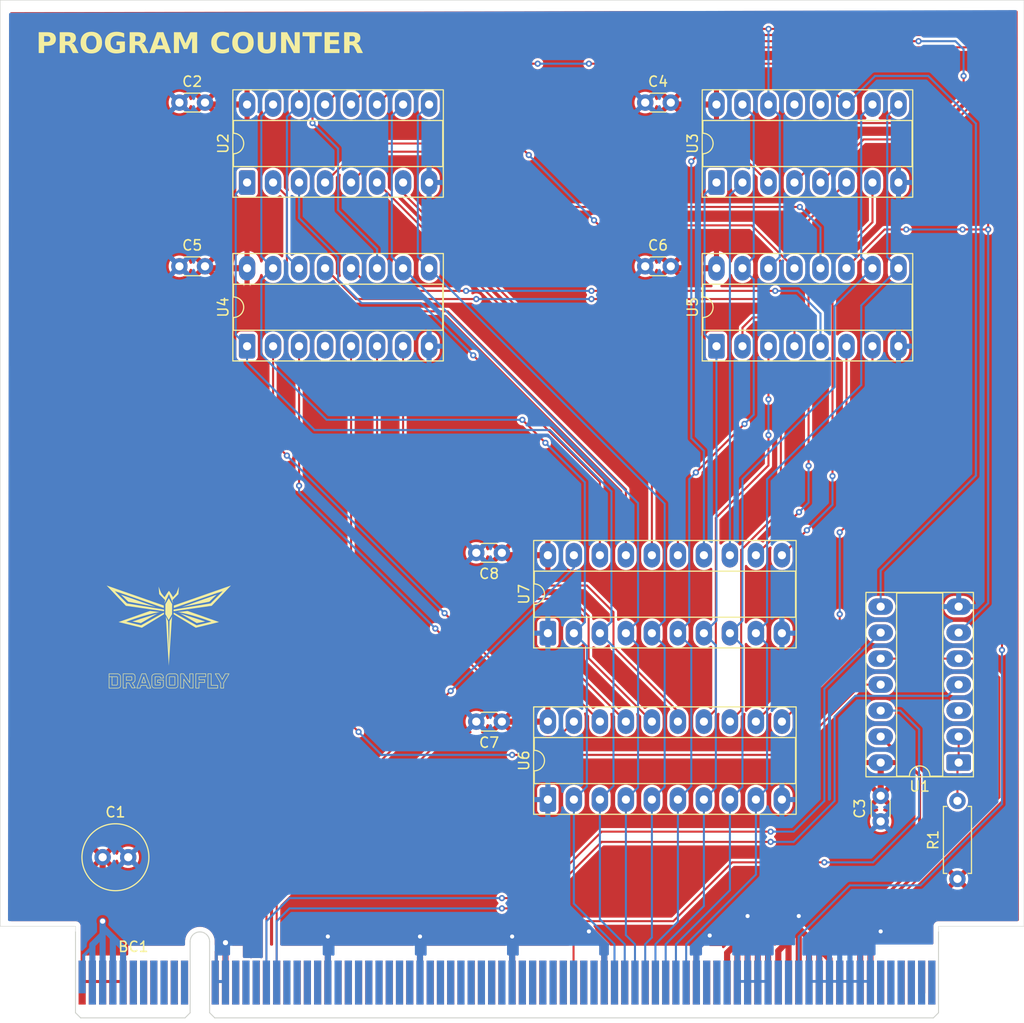
<source format=kicad_pcb>
(kicad_pcb (version 20241229) (generator "pcbnew") (generator_version "9.0")
  (layers (0 "F.Cu" signal) (2 "B.Cu" signal) (13 "F.Paste" user) (15 "B.Paste" user) (5 "F.SilkS" user "F.Silkscreen") (7 "B.SilkS" user "B.Silkscreen") (1 "F.Mask" user) (3 "B.Mask" user) (25 "Edge.Cuts" user))
  (net 0 "")
  (net 1 "VCC")
  (net 2 "GND")
  (net 3 "/RESET")
  (net 4 "/PULSE")
  (net 5 "Net-(U2-~{CO})")
  (net 6 "Net-(U2-~{BO})")
  (net 7 "/DH5")
  (net 8 "Net-(U2-DOWN)")
  (net 9 "/DH7")
  (net 10 "Net-(U2-UP)")
  (net 11 "/DH6")
  (net 12 "/DH4")
  (net 13 "/DH3")
  (net 14 "/DH0")
  (net 15 "/DH1")
  (net 18 "Net-(U4-~{CO})")
  (net 19 "/DL7")
  (net 20 "/DL4")
  (net 21 "Net-(U4-~{BO})")
  (net 22 "/DL6")
  (net 23 "/DL3")
  (net 24 "/DL1")
  (net 25 "/DL0")
  (net 26 "/DL2")
  (net 29 "/LPCH")
  (net 57 "/DATA0")
  (net 58 "/DATA1")
  (net 59 "/DATA2")
  (net 60 "/DATA3")
  (net 61 "/DATA4")
  (net 62 "/DATA5")
  (net 63 "/DATA6")
  (net 64 "/DATA7")
  (net 106 "/~{CLK}")
  (net 107 "/Ph")
  (net 108 "/CPu")
  (net 109 "/Pl")
  (net 110 "/DH2")
  (net 111 "/DL5")
  (net 116 "/PCINC")
  (net 117 "/LPCL")
  (net 118 "/~{RPCH}")
  (net 120 "/~{RPCL}")
  (net 124 "Net-(R1-Pad2)")
  (footprint "Capacitor_THT:C_Disc_D3.0mm_W1.6mm_P2.50mm" (layer "F.Cu") (at 169.5 44)
    (property "Reference" "C4")
    (property "Value" "C")
  )
  (footprint "Capacitor_THT:C_Disc_D3.0mm_W1.6mm_P2.50mm" (layer "F.Cu") (at 124 60)
    (property "Reference" "C5")
    (property "Value" "C")
  )
  (footprint "Resistor_THT:R_Axial_DIN0207_L6.3mm_D2.5mm_P7.62mm_Horizontal" (layer "F.Cu") (at 200 119.87 90)
    (property "Reference" "R1")
    (property "Value" "R")
  )
  (footprint "Capacitor_THT:C_Disc_D3.0mm_W1.6mm_P2.50mm" (layer "F.Cu") (at 155.5 104.5 180)
    (property "Reference" "C7")
    (property "Value" "C")
  )
  (footprint "Capacitor_THT:C_Radial_D6.3mm_H5.0mm_P2.50mm" (layer "F.Cu") (at 116.5 117.75)
    (property "Reference" "C1")
    (property "Value" "C")
  )
  (footprint "Connector_PCBEdge:BUS_PCIexpress_x16" (layer "F.Cu") (at 114.5 130)
    (property "Reference" "BC1")
    (property "Value" "BusConnector")
    (fp_line (start -0.65 -4.95) (end -0.65 2.95) (stroke (width 0.1)) (layer "Edge.Cuts"))
    (fp_line (start -0.65 2.95) (end -0.15 3.45) (stroke (width 0.1)) (layer "Edge.Cuts"))
    (fp_line (start -0.15 3.45) (end 10.05 3.45) (stroke (width 0.1)) (layer "Edge.Cuts"))
    (fp_line (start 10.55 -4) (end 10.55 2.95) (stroke (width 0.1)) (layer "Edge.Cuts"))
    (fp_line (start 10.55 2.95) (end 10.05 3.45) (stroke (width 0.1)) (layer "Edge.Cuts"))
    (fp_line (start 12.45 -4) (end 12.45 2.95) (stroke (width 0.1)) (layer "Edge.Cuts"))
    (fp_line (start 12.45 2.95) (end 12.95 3.45) (stroke (width 0.1)) (layer "Edge.Cuts"))
    (fp_line (start 12.95 3.45) (end 83.15 3.45) (stroke (width 0.1)) (layer "Edge.Cuts"))
    (fp_line (start 83.65 -4.95) (end 83.65 2.95) (stroke (width 0.1)) (layer "Edge.Cuts"))
    (fp_line (start 83.65 2.95) (end 83.15 3.45) (stroke (width 0.1)) (layer "Edge.Cuts"))
    (fp_arc (start 10.55 -4) (mid 11.5 -4.95) (end 12.45 -4) (stroke (width 0.1)) (layer "Edge.Cuts"))
  )
  (footprint "Capacitor_THT:C_Disc_D3.0mm_W1.6mm_P2.50mm" (layer "F.Cu") (at 155.5 88 180)
    (property "Reference" "C8")
    (property "Value" "C")
  )
  (footprint "Package_DIP:DIP-16_W7.62mm_Socket_LongPads" (layer "F.Cu") (at 176.46 67.81 90)
    (property "Reference" "U5")
    (property "Value" "74HC193")
  )
  (footprint "Package_DIP:DIP-14_W7.62mm_Socket_LongPads" (layer "F.Cu") (at 200.12 108.5 180)
    (property "Reference" "U1")
    (property "Value" "74HC00")
  )
  (footprint "Package_DIP:DIP-20_W7.62mm_Socket_LongPads" (layer "F.Cu") (at 159.992254 95.854777 90)
    (property "Reference" "U7")
    (property "Value" "74HC245")
  )
  (footprint "Capacitor_THT:C_Disc_D3.0mm_W1.6mm_P2.50mm" (layer "F.Cu") (at 169.5 60)
    (property "Reference" "C6")
    (property "Value" "C")
  )
  (footprint "Package_DIP:DIP-20_W7.62mm_Socket_LongPads" (layer "F.Cu") (at 159.992254 112.115735 90)
    (property "Reference" "U6")
    (property "Value" "74HC245")
  )
  (footprint "Capacitor_THT:C_Disc_D3.0mm_W1.6mm_P2.50mm" (layer "F.Cu") (at 124 44)
    (property "Reference" "C2")
    (property "Value" "C")
  )
  (footprint "Package_DIP:DIP-16_W7.62mm_Socket_LongPads" (layer "F.Cu") (at 130.61 51.81 90)
    (property "Reference" "U2")
    (property "Value" "74HC193")
  )
  (footprint "Capacitor_THT:C_Disc_D3.0mm_W1.6mm_P2.50mm" (layer "F.Cu") (at 192.5 114.25 90)
    (property "Reference" "C3")
    (property "Value" "C")
  )
  (footprint "Package_DIP:DIP-16_W7.62mm_Socket_LongPads" (layer "F.Cu") (at 176.46 51.81 90)
    (property "Reference" "U3")
    (property "Value" "74HC193")
  )
  (footprint "Package_DIP:DIP-16_W7.62mm_Socket_LongPads" (layer "F.Cu") (at 130.61 67.81 90)
    (property "Reference" "U4")
    (property "Value" "74HC193")
  )
  (gr_poly (pts (xy 127.871042 94.767292) (xy 125.595625 95.322916) (xy 123.426042 94) (xy 123.4525 93.84125) (xy 125.675 95.084792) (xy 127.120948 94.735541) (xy 126.742062 94.597281) (xy 126.38428 94.472493) (xy 126.048064 94.360551) (xy 125.733874 94.260825) (xy 125.442171 94.172688) (xy 125.173416 94.095511) (xy 124.928069 94.028666) (xy 124.706592 93.971524) (xy 124.509445 93.923458) (xy 124.337089 93.883839) (xy 124.068595 93.827429) (xy 123.849375 93.788333) (xy 124.801875 93.6825)) (fill yes) (layer "F.SilkS"))
  (gr_poly (pts (xy 121.203542 101.223125) (xy 120.859584 101.223125) (xy 120.780209 100.958542) (xy 120.251042 100.958542) (xy 120.171667 101.223125) (xy 119.834323 101.220215) (xy 120.330417 99.820834) (xy 120.700834 99.820834)) (stroke (width 0.052916)) (fill no) (layer "F.SilkS"))
  (gr_poly (pts (xy 120.700834 100.693958) (xy 120.330417 100.693958) (xy 120.515625 100.138333)) (stroke (width 0.052916)) (fill no) (layer "F.SilkS"))
  (gr_poly (pts (xy 127.108778 100.950604) (xy 127.74219 100.954044) (xy 127.73875 101.223125) (xy 126.78625 101.223125) (xy 126.78625 99.820834) (xy 127.10375 99.820834)) (stroke (width 0.052916)) (fill no) (layer "F.SilkS"))
  (gr_poly (pts (xy 126.574583 99.820834) (xy 126.574583 100.111875) (xy 125.913126 100.111875) (xy 125.913126 100.402917) (xy 126.46875 100.402917) (xy 126.46875 100.6675) (xy 125.913126 100.6675) (xy 125.913126 101.223125) (xy 125.595625 101.223125) (xy 125.603827 99.817394)) (stroke (width 0.052916)) (fill no) (layer "F.SilkS"))
  (gr_poly (pts (xy 123.267292 94.370416) (xy 122.961962 99.042165) (xy 122.685209 94.343958) (xy 122.65875 94.211667) (xy 122.896875 94.687917) (xy 122.975192 97.550444) (xy 123.029167 94.687917) (xy 123.29375 94.211667)) (fill yes) (layer "F.SilkS"))
  (gr_poly (pts (xy 126.918542 92.782917) (xy 124.24625 93.285625) (xy 127.632917 92.095)) (fill yes) (layer "F.SilkS"))
  (gr_poly (pts (xy 119.310869 100.110985) (xy 119.315355 100.111387) (xy 119.317724 100.111767) (xy 119.320151 100.11229) (xy 119.322616 100.112971) (xy 119.3251 100.113827) (xy 119.327583 100.114874) (xy 119.330045 100.116129) (xy 119.332468 100.117609) (xy 119.334832 100.11933) (xy 119.337117 100.121308) (xy 119.339303 100.12356) (xy 119.341371 100.126103) (xy 119.343302 100.128953) (xy 119.345076 100.132127) (xy 119.346674 100.135641) (xy 119.348075 100.139511) (xy 119.349261 100.143755) (xy 119.350212 100.148388) (xy 119.350908 100.153428) (xy 119.35133 100.15889) (xy 119.351459 100.164792) (xy 119.351459 100.402917) (xy 119.351095 100.405147) (xy 119.350566 100.407709) (xy 119.349739 100.411036) (xy 119.348565 100.414977) (xy 119.346994 100.419381) (xy 119.344977 100.424098) (xy 119.343785 100.426527) (xy 119.342463 100.428978) (xy 119.341005 100.431432) (xy 119.339404 100.433871) (xy 119.337654 100.436275) (xy 119.335749 100.438625) (xy 119.333683 100.440904) (xy 119.33145 100.443091) (xy 119.329043 100.445169) (xy 119.326456 100.447119) (xy 119.323683 100.448921) (xy 119.320718 100.450557) (xy 119.317554 100.452008) (xy 119.314186 100.453256) (xy 119.310607 100.454281) (xy 119.30681 100.455065) (xy 119.302791 100.455589) (xy 119.298542 100.455833) (xy 118.822292 100.455833) (xy 118.822292 100.111875) (xy 119.298542 100.111875) (xy 119.300827 100.111469) (xy 119.303448 100.111158) (xy 119.306848 100.110953)) (stroke (width 0.052916)) (fill no) (layer "F.SilkS"))
  (gr_poly (pts (xy 128.188541 100.376458) (xy 128.479584 99.820834) (xy 128.85 99.820834) (xy 128.320834 100.720416) (xy 128.320834 101.223125) (xy 128.029792 101.223125) (xy 128.026087 100.724914) (xy 127.500625 99.820834) (xy 127.871042 99.820834)) (stroke (width 0.052916)) (fill no) (layer "F.SilkS"))
  (gr_poly (pts (xy 123.570709 99.821869) (xy 123.58492 99.823727) (xy 123.603362 99.826981) (xy 123.625196 99.832007) (xy 123.649584 99.839181) (xy 123.675686 99.84888) (xy 123.689118 99.854794) (xy 123.702664 99.86148) (xy 123.716219 99.868986) (xy 123.729679 99.877357) (xy 123.742938 99.886643) (xy 123.755893 99.896888) (xy 123.768437 99.908142) (xy 123.780466 99.920449) (xy 123.791876 99.933859) (xy 123.802561 99.948416) (xy 123.812416 99.96417) (xy 123.821337 99.981166) (xy 123.82922 99.999452) (xy 123.835958 100.019075) (xy 123.841447 100.040082) (xy 123.845583 100.062519) (xy 123.848261 100.086435) (xy 123.849375 100.111875) (xy 123.856255 100.956425) (xy 123.854664 100.967588) (xy 123.85217 100.980401) (xy 123.848094 100.997018) (xy 123.842098 101.016678) (xy 123.833847 101.03862) (xy 123.823001 101.062082) (xy 123.816501 101.074145) (xy 123.809225 101.086302) (xy 123.801132 101.098459) (xy 123.792181 101.110519) (xy 123.782328 101.122389) (xy 123.771531 101.133972) (xy 123.759749 101.145173) (xy 123.746939 101.155898) (xy 123.73306 101.166051) (xy 123.718068 101.175537) (xy 123.701922 101.18426) (xy 123.68458 101.192126) (xy 123.665999 101.199039) (xy 123.646138 101.204904) (xy 123.624953 101.209626) (xy 123.602404 101.213109) (xy 123.578448 101.215259) (xy 123.553043 101.215981) (xy 123.022817 101.21651) (xy 123.009971 101.214933) (xy 122.995214 101.212471) (xy 122.976056 101.208457) (xy 122.953366 101.202564) (xy 122.928009 101.194465) (xy 122.900853 101.183833) (xy 122.886872 101.177465) (xy 122.872765 101.170341) (xy 122.858643 101.16242) (xy 122.844612 101.153661) (xy 122.830782 101.144023) (xy 122.817261 101.133466) (xy 122.804157 101.121949) (xy 122.791579 101.10943) (xy 122.779635 101.09587) (xy 122.768433 101.081226) (xy 122.758081 101.065458) (xy 122.748689 101.048525) (xy 122.740365 101.030387) (xy 122.733216 101.011001) (xy 122.727351 100.990329) (xy 122.722879 100.968328) (xy 122.719908 100.944957) (xy 122.718547 100.920177) (xy 122.713677 100.608812) (xy 122.711733 100.351521) (xy 122.711667 100.111875) (xy 122.713489 100.100346) (xy 122.716338 100.087057) (xy 122.720985 100.069749) (xy 122.727813 100.049169) (xy 122.7372 100.026067) (xy 122.742973 100.013803) (xy 122.749529 100.001189) (xy 122.756915 99.988318) (xy 122.765179 99.975284) (xy 122.774369 99.96218) (xy 122.784531 99.9491) (xy 122.795715 99.936138) (xy 122.807966 99.923386) (xy 122.821334 99.910938) (xy 122.835864 99.898888) (xy 122.851606 99.887329) (xy 122.868606 99.876355) (xy 122.886913 99.866059) (xy 122.906573 99.856535) (xy 122.927634 99.847876) (xy 122.950145 99.840176) (xy 122.974151 99.833528) (xy 122.999702 99.828026) (xy 123.026844 99.823764) (xy 123.055625 99.820834) (xy 123.558334 99.820834)) (stroke (width 0.052916)) (fill no) (layer "F.SilkS"))
  (gr_poly (pts (xy 117.978536 99.826125) (xy 118.020543 99.837225) (xy 118.040911 99.843817) (xy 118.063661 99.852668) (xy 118.08801 99.864144) (xy 118.10054 99.870981) (xy 118.113176 99.878612) (xy 118.12582 99.887082) (xy 118.138376 99.896438) (xy 118.150744 99.906725) (xy 118.162827 99.917988) (xy 118.174528 99.930274) (xy 118.185748 99.943629) (xy 118.196389 99.958097) (xy 118.206355 99.973726) (xy 118.215546 99.99056) (xy 118.223866 100.008646) (xy 118.231216 100.02803) (xy 118.237499 100.048756) (xy 118.242616 100.070871) (xy 118.24647 100.094421) (xy 118.248964 100.119451) (xy 118.249999 100.146008) (xy 118.25873 100.915151) (xy 118.259113 100.928287) (xy 118.258753 100.943369) (xy 118.257279 100.962937) (xy 118.254132 100.986101) (xy 118.248754 101.011968) (xy 118.245053 101.025637) (xy 118.240584 101.039647) (xy 118.235277 101.053887) (xy 118.229064 101.068246) (xy 118.221872 101.082611) (xy 118.213633 101.096872) (xy 118.204277 101.110917) (xy 118.193734 101.124634) (xy 118.181934 101.137913) (xy 118.168806 101.150641) (xy 118.154282 101.162707) (xy 118.138291 101.174) (xy 118.120763 101.184408) (xy 118.101629 101.19382) (xy 118.080817 101.202124) (xy 118.05826 101.209209) (xy 118.033886 101.214963) (xy 118.007626 101.219275) (xy 117.97941 101.222033) (xy 117.949167 101.223126) (xy 117.413948 101.224019) (xy 117.128959 101.223126) (xy 117.128959 100.932083) (xy 117.420001 100.932083) (xy 117.628029 100.933075) (xy 117.780537 100.933199) (xy 117.869792 100.932083) (xy 117.873977 100.931623) (xy 117.878096 100.930756) (xy 117.882144 100.92951) (xy 117.886117 100.927913) (xy 117.89001 100.925992) (xy 117.89382 100.923776) (xy 117.897541 100.921291) (xy 117.90117 100.918565) (xy 117.904702 100.915626) (xy 117.908133 100.912501) (xy 117.911458 100.909219) (xy 117.914673 100.905806) (xy 117.920756 100.8987) (xy 117.926347 100.891404) (xy 117.931411 100.884139) (xy 117.935912 100.877126) (xy 117.939817 100.870585) (xy 117.94309 100.864739) (xy 117.947601 100.856011) (xy 117.949167 100.852708) (xy 117.950457 100.527105) (xy 117.950618 100.292928) (xy 117.949167 100.164792) (xy 117.948637 100.160334) (xy 117.947709 100.156131) (xy 117.946411 100.152177) (xy 117.944769 100.148465) (xy 117.942811 100.144985) (xy 117.940565 100.141732) (xy 117.938057 100.138698) (xy 117.935314 100.135874) (xy 117.932364 100.133253) (xy 117.929233 100.130829) (xy 117.92595 100.128593) (xy 117.922541 100.126538) (xy 117.919033 100.124657) (xy 117.915454 100.122941) (xy 117.90819 100.119978) (xy 117.900966 100.117588) (xy 117.894 100.115712) (xy 117.887509 100.114289) (xy 117.881711 100.11326) (xy 117.873062 100.112141) (xy 117.869792 100.111875) (xy 117.420001 100.111875) (xy 117.420001 100.932083) (xy 117.128959 100.932083) (xy 117.128959 99.820834)) (stroke (width 0.052916)) (fill no) (layer "F.SilkS"))
  (gr_poly (pts (xy 120.232786 94.868098) (xy 119.404376 94.714375) (xy 121.865 93.920625)) (fill yes) (layer "F.SilkS"))
  (gr_poly (pts (xy 125.330248 101.220743) (xy 125.030476 101.205662) (xy 124.425903 100.343913) (xy 124.419023 101.219949) (xy 124.113959 101.223125) (xy 124.113959 99.820834) (xy 124.420082 99.821891) (xy 125.013542 100.693958) (xy 125.013542 99.820834) (xy 125.331042 99.820834)) (stroke (width 0.052916)) (fill no) (layer "F.SilkS"))
  (gr_poly (pts (xy 122.076667 93.788333) (xy 121.857447 93.827429) (xy 121.588953 93.883839) (xy 121.416597 93.923458) (xy 121.21945 93.971524) (xy 120.997973 94.028666) (xy 120.752627 94.095511) (xy 120.483871 94.172688) (xy 120.192168 94.260825) (xy 119.877978 94.360551) (xy 119.541762 94.472493) (xy 119.183981 94.597281) (xy 118.805094 94.735541) (xy 120.251042 95.084792) (xy 122.473542 93.84125) (xy 122.5 94) (xy 120.330417 95.322916) (xy 118.055001 94.767292) (xy 121.124167 93.6825)) (fill yes) (layer "F.SilkS"))
  (gr_poly (pts (xy 122.146518 99.832211) (xy 122.162471 99.833134) (xy 122.17808 99.835445) (xy 122.193332 99.83905) (xy 122.208218 99.843857) (xy 122.222727 99.849773) (xy 122.236848 99.856706) (xy 122.250571 99.864561) (xy 122.263885 99.873246) (xy 122.27678 99.882668) (xy 122.289245 99.892735) (xy 122.301269 99.903352) (xy 122.312842 99.914429) (xy 122.323954 99.925871) (xy 122.334593 99.937585) (xy 122.354414 99.96146) (xy 122.372219 99.985309) (xy 122.387924 100.008391) (xy 122.401444 100.029961) (xy 122.412696 100.049277) (xy 122.428056 100.078169) (xy 122.433326 100.089121) (xy 122.447084 100.244167) (xy 122.129584 100.244167) (xy 122.129546 100.245907) (xy 122.129484 100.244398) (xy 122.129584 100.19125) (xy 122.129455 100.18476) (xy 122.129033 100.178629) (xy 122.128337 100.172848) (xy 122.127386 100.167405) (xy 122.1262 100.162291) (xy 122.124799 100.157496) (xy 122.123201 100.153009) (xy 122.121427 100.148821) (xy 122.119496 100.144923) (xy 122.117428 100.141302) (xy 122.115242 100.137951) (xy 122.112957 100.134858) (xy 122.110593 100.132014) (xy 122.10817 100.129408) (xy 122.105708 100.127031) (xy 122.103225 100.124873) (xy 122.100741 100.122923) (xy 122.098276 100.121171) (xy 122.095849 100.119608) (xy 122.09348 100.118223) (xy 122.088993 100.115949) (xy 122.084972 100.114269) (xy 122.081573 100.113101) (xy 122.078952 100.112367) (xy 122.076667 100.111875) (xy 121.679792 100.111875) (xy 121.673914 100.11205) (xy 121.668472 100.112513) (xy 121.66345 100.113244) (xy 121.658831 100.114225) (xy 121.6546 100.115436) (xy 121.650739 100.116857) (xy 121.647233 100.11847) (xy 121.644065 100.120255) (xy 121.641219 100.122193) (xy 121.638678 100.124266) (xy 121.636425 100.126452) (xy 121.634446 100.128735) (xy 121.632723 100.131093) (xy 121.631239 100.133508) (xy 121.629979 100.135961) (xy 121.628926 100.138433) (xy 121.628063 100.140903) (xy 121.627375 100.143354) (xy 121.626845 100.145766) (xy 121.626457 100.148119) (xy 121.626039 100.152572) (xy 121.625991 100.156561) (xy 121.626181 100.159931) (xy 121.626479 100.162529) (xy 121.626875 100.164792) (xy 121.626875 100.879166) (xy 121.62708 100.88409) (xy 121.627723 100.888699) (xy 121.628776 100.893003) (xy 121.63021 100.897013) (xy 121.631995 100.900739) (xy 121.634102 100.904191) (xy 121.636502 100.90738) (xy 121.639166 100.910317) (xy 121.642064 100.913011) (xy 121.645168 100.915474) (xy 121.648447 100.917715) (xy 121.651874 100.919745) (xy 121.655418 100.921575) (xy 121.65905 100.923215) (xy 121.662742 100.924674) (xy 121.666464 100.925965) (xy 121.67388 100.928079) (xy 121.681066 100.929641) (xy 121.687787 100.930735) (xy 121.693811 100.931442) (xy 121.702829 100.932034) (xy 121.70625 100.932083) (xy 122.076667 100.932083) (xy 122.081987 100.931885) (xy 122.086941 100.931402) (xy 122.091543 100.930653) (xy 122.095805 100.929657) (xy 122.09974 100.928434) (xy 122.103362 100.927003) (xy 122.106683 100.925382) (xy 122.109715 100.923592) (xy 122.112473 100.921649) (xy 122.114968 100.919575) (xy 122.117213 100.917388) (xy 122.119223 100.915107) (xy 122.121008 100.912752) (xy 122.122583 100.91034) (xy 122.12396 100.907892) (xy 122.125152 100.905426) (xy 122.126172 100.902962) (xy 122.127033 100.900519) (xy 122.127747 100.898115) (xy 122.128328 100.89577) (xy 122.129141 100.891333) (xy 122.129575 100.88736) (xy 122.129734 100.884004) (xy 122.129719 100.881418) (xy 122.129584 100.879166) (xy 122.129584 100.669617) (xy 121.865 100.6675) (xy 121.865 100.429375) (xy 122.428827 100.429108) (xy 122.435508 100.627612) (xy 122.438873 100.8017) (xy 122.439108 100.885857) (xy 122.437823 100.959863) (xy 122.436631 100.976862) (xy 122.434201 100.99319) (xy 122.430618 101.008855) (xy 122.425965 101.023865) (xy 122.420326 101.038229) (xy 122.413784 101.051956) (xy 122.406423 101.065054) (xy 122.398326 101.077532) (xy 122.389577 101.0894) (xy 122.38026 101.100664) (xy 122.370458 101.111335) (xy 122.360256 101.121421) (xy 122.349736 101.13093) (xy 122.338982 101.139871) (xy 122.328078 101.148253) (xy 122.317107 101.156085) (xy 122.295301 101.170131) (xy 122.274231 101.18208) (xy 122.254568 101.192) (xy 122.23698 101.19996) (xy 122.210704 101.210282) (xy 122.200757 101.213599) (xy 122.018889 101.216245) (xy 121.820911 101.216278) (xy 121.577663 101.212541) (xy 121.555408 101.2113) (xy 121.534406 101.20873) (xy 121.514622 101.204918) (xy 121.49602 101.199956) (xy 121.478565 101.193933) (xy 121.46222 101.18694) (xy 121.446949 101.179065) (xy 121.432717 101.170398) (xy 121.419488 101.161031) (xy 121.407225 101.151051) (xy 121.395893 101.14055) (xy 121.385456 101.129616) (xy 121.375879 101.118341) (xy 121.367124 101.106813) (xy 121.359157 101.095122) (xy 121.351941 101.083359) (xy 121.34544 101.071613) (xy 121.339619 101.059973) (xy 121.329872 101.037374) (xy 121.322413 101.016281) (xy 121.316954 100.997411) (xy 121.313207 100.981483) (xy 121.310887 100.969217) (xy 121.309376 100.958542) (xy 121.309376 100.111875) (xy 121.310762 100.087472) (xy 121.313949 100.064537) (xy 121.318815 100.043023) (xy 121.325238 100.022887) (xy 121.333099 100.004082) (xy 121.342276 99.986563) (xy 121.352648 99.970284) (xy 121.364095 99.9552) (xy 121.376495 99.941266) (xy 121.389728 99.928436) (xy 121.403672 99.916664) (xy 121.418206 99.905906) (xy 121.433211 99.896115) (xy 121.448564 99.887247) (xy 121.464146 99.879256) (xy 121.479834 99.872096) (xy 121.511047 99.860089) (xy 121.541238 99.850862) (xy 121.569438 99.844052) (xy 121.594679 99.839296) (xy 121.615996 99.836229) (xy 121.63242 99.834489) (xy 121.64672 99.833533) (xy 121.833714 99.831978) (xy 121.997656 99.831412)) (stroke (width 0.052916)) (fill no) (layer "F.SilkS"))
  (gr_poly (pts (xy 119.415766 99.821511) (xy 119.428838 99.822979) (xy 119.445791 99.825753) (xy 119.465848 99.830248) (xy 119.488231 99.836879) (xy 119.500052 99.841125) (xy 119.512163 99.84606) (xy 119.524466 99.851736) (xy 119.536866 99.858206) (xy 119.549263 99.86552) (xy 119.561562 99.873731) (xy 119.573666 99.882891) (xy 119.585476 99.893051) (xy 119.596895 99.904263) (xy 119.607828 99.91658) (xy 119.618175 99.930052) (xy 119.627841 99.944733) (xy 119.636728 99.960673) (xy 119.644738 99.977924) (xy 119.651775 99.996538) (xy 119.657742 100.016568) (xy 119.662541 100.038065) (xy 119.666075 100.06108) (xy 119.668246 100.085667) (xy 119.668959 100.111875) (xy 119.668959 100.455833) (xy 119.667053 100.464402) (xy 119.664313 100.474401) (xy 119.660062 100.487575) (xy 119.654063 100.50345) (xy 119.646077 100.52155) (xy 119.635864 100.541401) (xy 119.629848 100.551834) (xy 119.623186 100.562526) (xy 119.615848 100.573419) (xy 119.607804 100.584452) (xy 119.599025 100.595566) (xy 119.589481 100.606702) (xy 119.579141 100.617801) (xy 119.567975 100.628803) (xy 119.555955 100.639648) (xy 119.54305 100.650277) (xy 119.529231 100.660631) (xy 119.514467 100.670651) (xy 119.498728 100.680276) (xy 119.481985 100.689449) (xy 119.464209 100.698108) (xy 119.445368 100.706196) (xy 119.425434 100.713651) (xy 119.404376 100.720416) (xy 119.415605 100.741343) (xy 119.447681 100.795856) (xy 119.546821 100.96079) (xy 119.692242 101.200371) (xy 119.367863 101.206986) (xy 119.086876 100.720416) (xy 118.822293 100.720416) (xy 118.822293 101.223125) (xy 118.504793 101.223125) (xy 118.504793 99.820834) (xy 118.531251 99.820834) (xy 119.404376 99.820834)) (stroke (width 0.052916)) (fill no) (layer "F.SilkS"))
  (gr_poly (pts (xy 123.902292 92.042083) (xy 123.320209 92.624167) (xy 123.373125 92.941667) (xy 122.97625 92.042083) (xy 122.552917 92.941667) (xy 122.605834 92.624167) (xy 122.02375 92.042083) (xy 121.970834 91.30125) (xy 122.207106 91.907675) (xy 122.260602 91.980014) (xy 122.315881 92.052978) (xy 122.379879 92.134952) (xy 122.44487 92.214297) (xy 122.475322 92.249346) (xy 122.503126 92.279373) (xy 122.527314 92.302923) (xy 122.54692 92.318541) (xy 122.554704 92.322921) (xy 122.56098 92.324772) (xy 122.565628 92.323912) (xy 122.568527 92.320161) (xy 122.576112 92.304391) (xy 122.590322 92.278986) (xy 122.634988 92.205075) (xy 122.695255 92.110043) (xy 122.763856 92.005505) (xy 122.833524 91.903075) (xy 122.896991 91.814368) (xy 122.924128 91.778791) (xy 122.946989 91.750999) (xy 122.964666 91.732446) (xy 122.971277 91.727088) (xy 122.97625 91.724583) (xy 122.981253 91.725375) (xy 122.987945 91.72963) (xy 123.005914 91.747617) (xy 123.029186 91.776714) (xy 123.056791 91.815091) (xy 123.121125 91.912363) (xy 123.191158 92.024786) (xy 123.31729 92.236515) (xy 123.373125 92.333125) (xy 123.717084 91.93625) (xy 123.955209 91.30125)) (fill yes) (layer "F.SilkS"))
  (gr_poly (pts (xy 126.521667 94.714375) (xy 125.693256 94.868098) (xy 124.061042 93.920625)) (fill yes) (layer "F.SilkS"))
  (gr_poly (pts (xy 123.03049 93.251757) (xy 123.031283 93.860564) (xy 122.968577 94.058473) (xy 122.967784 94.057149) (xy 122.890526 93.867707) (xy 122.896875 93.259166) (xy 122.961434 93.04697)) (fill yes) (layer "F.SilkS"))
  (gr_poly (pts (xy 121.679792 93.285625) (xy 119.007501 92.782917) (xy 118.293126 92.095)) (fill yes) (layer "F.SilkS"))
  (gr_poly (pts (xy 127.156667 93.179792) (xy 123.426042 93.708958) (xy 123.426042 93.550208) (xy 127.050833 92.941667) (xy 127.641449 92.352903) (xy 128.042698 91.944444) (xy 128.17151 91.807215) (xy 128.205676 91.767291) (xy 128.213662 91.755994) (xy 128.215 91.751042) (xy 127.46126 91.99999) (xy 125.825217 92.564701) (xy 123.4525 93.391458) (xy 123.4525 93.153333) (xy 129.035208 91.195417)) (fill yes) (layer "F.SilkS"))
  (gr_poly (pts (xy 123.507847 100.111913) (xy 123.510338 100.112088) (xy 123.513578 100.112479) (xy 123.517422 100.11317) (xy 123.521727 100.114247) (xy 123.524008 100.114956) (xy 123.52635 100.115794) (xy 123.528736 100.116769) (xy 123.531148 100.117894) (xy 123.533567 100.119179) (xy 123.535976 100.120634) (xy 123.538357 100.12227) (xy 123.540692 100.124097) (xy 123.542963 100.126126) (xy 123.545153 100.128367) (xy 123.547242 100.130832) (xy 123.549214 100.13353) (xy 123.55105 100.136472) (xy 123.552732 100.139669) (xy 123.554243 100.143131) (xy 123.555565 100.146869) (xy 123.556679 100.150894) (xy 123.557568 100.155216) (xy 123.558214 100.159845) (xy 123.558598 100.164792) (xy 123.55952 100.295384) (xy 123.559227 100.529288) (xy 123.55807 100.852708) (xy 123.558531 100.856087) (xy 123.5589 100.859966) (xy 123.559177 100.864999) (xy 123.559226 100.870958) (xy 123.558907 100.877614) (xy 123.558082 100.884737) (xy 123.557437 100.888402) (xy 123.556614 100.892098) (xy 123.555596 100.895796) (xy 123.554365 100.899469) (xy 123.552904 100.903086) (xy 123.551196 100.906619) (xy 123.549224 100.910041) (xy 123.546971 100.913322) (xy 123.544418 100.916433) (xy 123.54155 100.919346) (xy 123.538348 100.922032) (xy 123.534795 100.924463) (xy 123.530875 100.92661) (xy 123.52657 100.928445) (xy 123.521862 100.929938) (xy 123.516735 100.931061) (xy 123.511171 100.931786) (xy 123.505153 100.932083) (xy 123.108278 100.932083) (xy 123.1049 100.932262) (xy 123.095987 100.932224) (xy 123.090028 100.931854) (xy 123.083372 100.931107) (xy 123.076249 100.929874) (xy 123.068888 100.928048) (xy 123.06519 100.92688) (xy 123.061517 100.925522) (xy 123.0579 100.923962) (xy 123.054366 100.922187) (xy 123.050945 100.920183) (xy 123.047664 100.917936) (xy 123.044553 100.915433) (xy 123.04164 100.912661) (xy 123.038954 100.909606) (xy 123.036523 100.906254) (xy 123.034376 100.902593) (xy 123.032542 100.898608) (xy 123.031049 100.894287) (xy 123.029925 100.889615) (xy 123.029201 100.884579) (xy 123.028903 100.879166) (xy 123.029432 100.19125) (xy 123.029014 100.187926) (xy 123.028692 100.184106) (xy 123.028473 100.179145) (xy 123.028489 100.173267) (xy 123.028874 100.166693) (xy 123.029761 100.159649) (xy 123.030435 100.15602) (xy 123.031284 100.152356) (xy 123.032325 100.148687) (xy 123.033576 100.145039) (xy 123.035052 100.141441) (xy 123.03677 100.13792) (xy 123.038747 100.134505) (xy 123.041 100.131223) (xy 123.043544 100.128102) (xy 123.046398 100.125171) (xy 123.049578 100.122456) (xy 123.053099 100.119986) (xy 123.05698 100.11779) (xy 123.061236 100.115894) (xy 123.065884 100.114326) (xy 123.070941 100.113115) (xy 123.076424 100.112289) (xy 123.082349 100.111875) (xy 123.505682 100.111875)) (stroke (width 0.052916)) (fill no) (layer "F.SilkS"))
  (gr_poly (pts (xy 122.473542 93.153333) (xy 122.473542 93.391458) (xy 120.100825 92.564701) (xy 118.464782 91.99999) (xy 117.711042 91.751042) (xy 117.71238 91.755994) (xy 117.720367 91.767291) (xy 117.754532 91.807215) (xy 117.883344 91.944444) (xy 118.284593 92.352903) (xy 118.875209 92.941667) (xy 122.5 93.550208) (xy 122.5 93.708958) (xy 118.769376 93.179792) (xy 116.890834 91.195417)) (fill yes) (layer "F.SilkS"))
  (gr_poly (pts (xy 123.29375 93.021042) (xy 123.283961 93.992856) (xy 122.949792 94.582083) (xy 122.621179 93.987565) (xy 122.632292 93.021042) (xy 122.963815 92.429434)) (fill yes) (layer "F.SilkS"))
  (gr_line (start 106.5 124.5) (end 106.5 34) (stroke (width 0.05)) (layer "Edge.Cuts"))
  (gr_line (start 198.15 124.5) (end 206.5 124.5) (stroke (width 0.05)) (layer "Edge.Cuts"))
  (gr_line (start 113.85 124.5) (end 113.85 125.05) (stroke (width 0.05)) (layer "Edge.Cuts"))
  (gr_line (start 206.5 34) (end 106.5 34) (stroke (width 0.05)) (layer "Edge.Cuts"))
  (gr_line (start 198.15 124.5) (end 198.15 125.05) (stroke (width 0.05)) (layer "Edge.Cuts"))
  (gr_line (start 206.5 34) (end 206.5 124.5) (stroke (width 0.05)) (layer "Edge.Cuts"))
  (gr_line (start 106.5 124.5) (end 113.85 124.5) (stroke (width 0.05)) (layer "Edge.Cuts"))
  (gr_text "PROGRAM COUNTER" (at 110 39.5 0) (layer "F.SilkS") (effects (font (size 2 2) (thickness 0.25) (bold yes)) (justify left bottom)))
  (segment (start 172.19 44.19) (end 172 44) (width 0.6) (layer "F.Cu") (net 1))
  (segment (start 126.69 60.19) (end 126.5 60) (width 0.6) (layer "F.Cu") (net 1))
  (segment (start 176.46 60.19) (end 172.19 60.19) (width 0.6) (layer "F.Cu") (net 1))
  (segment (start 155.5 104.5) (end 159.987989 104.5) (width 0.6) (layer "F.Cu") (net 1))
  (segment (start 176.46 44.19) (end 172.19 44.19) (width 0.6) (layer "F.Cu") (net 1))
  (segment (start 159.987989 104.5) (end 159.992254 104.495735) (width 0.2) (layer "F.Cu") (net 1))
  (segment (start 116.5 124) (end 116.5 117.75) (width 0.6) (layer "F.Cu") (net 1))
  (segment (start 192.5 111.75) (end 192.5 108.5) (width 0.6) (layer "F.Cu") (net 1))
  (segment (start 172.19 60.19) (end 172 60) (width 0.6) (layer "F.Cu") (net 1))
  (segment (start 159.992254 88.234777) (end 155.734777 88.234777) (width 0.6) (layer "F.Cu") (net 1))
  (segment (start 130.61 60.19) (end 126.69 60.19) (width 0.6) (layer "F.Cu") (net 1))
  (segment (start 155.734777 88.234777) (end 155.5 88) (width 0.6) (layer "F.Cu") (net 1))
  (segment (start 130.61 44.19) (end 126.69 44.19) (width 0.6) (layer "F.Cu") (net 1))
  (segment (start 126.69 44.19) (end 126.5 44) (width 0.6) (layer "F.Cu") (net 1))
  (via (at 116.5 124) (size 0.7) (drill 0.5) (layers "F.Cu" "B.Cu") (net 1))
  (segment (start 115.5 126.3) (end 115.5 126.5) (width 0.6) (layer "B.Cu") (net 1))
  (segment (start 114.651 127.349) (end 114.651 129.45) (width 0.3) (layer "B.Cu") (net 1))
  (segment (start 115.5 126.5) (end 114.651 127.349) (width 0.3) (layer "B.Cu") (net 1))
  (segment (start 115.5 126.3) (end 115.5 130) (width 0.6) (layer "B.Cu") (net 1))
  (segment (start 116.5 125.2) (end 116.5 125.3) (width 0.6) (layer "B.Cu") (net 1))
  (segment (start 116.5 124.6) (end 117.5 125.6) (width 0.6) (layer "B.Cu") (net 1))
  (segment (start 116.5 125.3) (end 115.5 126.3) (width 0.6) (layer "B.Cu") (net 1))
  (segment (start 116.5 124.6) (end 116.5 125.2) (width 0.6) (layer "B.Cu") (net 1))
  (segment (start 116.5 125.2) (end 116.5 130) (width 0.6) (layer "B.Cu") (net 1))
  (segment (start 116.5 124) (end 116.5 124.6) (width 0.6) (layer "B.Cu") (net 1))
  (segment (start 117.5 130) (end 117.5 125.6) (width 0.6) (layer "B.Cu") (net 1))
  (segment (start 118.5 126.6) (end 118.5 130) (width 0.6) (layer "B.Cu") (net 1))
  (segment (start 117.5 125.6) (end 118.5 126.6) (width 0.6) (layer "B.Cu") (net 1))
  (segment (start 182.5 130) (end 182.5 126.9) (width 0.6) (layer "F.Cu") (net 2))
  (segment (start 180.5 125.4) (end 181.5 126.4) (width 0.6) (layer "F.Cu") (net 2))
  (segment (start 182.5 126.9) (end 183.5 125.9) (width 0.6) (layer "F.Cu") (net 2))
  (segment (start 180.5 130) (end 180.5 125.4) (width 0.6) (layer "F.Cu") (net 2))
  (segment (start 178.5 130) (end 178.5 126.1) (width 0.6) (layer "F.Cu") (net 2))
  (segment (start 128.5 126.1) (end 128.5 130) (width 0.6) (layer "F.Cu") (net 2))
  (segment (start 178.5 126.1) (end 179.5 125.1) (width 0.6) (layer "F.Cu") (net 2))
  (segment (start 185.5 130) (end 185.5 125.7) (width 0.6) (layer "F.Cu") (net 2))
  (segment (start 184.5 124.9) (end 183.5 125.9) (width 0.6) (layer "F.Cu") (net 2))
  (segment (start 186.5 126.7) (end 185.5 125.7) (width 0.6) (layer "F.Cu") (net 2))
  (segment (start 187.5 130) (end 187.5 127.7) (width 0.6) (layer "F.Cu") (net 2))
  (segment (start 183.5 130) (end 183.5 125.9) (width 0.6) (layer "F.Cu") (net 2))
  (segment (start 179.5 125.1) (end 179.5 123.5) (width 0.6) (layer "F.Cu") (net 2))
  (segment (start 177.5 127.1) (end 178.5 126.1) (width 0.6) (layer "F.Cu") (net 2))
  (segment (start 179.5 123.5) (end 179.5 124.4) (width 0.6) (layer "F.Cu") (net 2))
  (segment (start 190.5 130) (end 190.5 127) (width 0.6) (layer "F.Cu") (net 2))
  (segment (start 165.5 130) (end 165.5 126.5) (width 0.6) (layer "F.Cu") (net 2))
  (segment (start 138.5 125.5) (end 138.5 130) (width 0.6) (layer "F.Cu") (net 2))
  (segment (start 174.5 130) (end 174.5 126.7) (width 0.6) (layer "F.Cu") (net 2))
  (segment (start 184.5 123.5) (end 184.5 124.7) (width 0.2) (layer "F.Cu") (net 2))
  (segment (start 181.5 126.4) (end 181.5 130) (width 0.6) (layer "F.Cu") (net 2))
  (segment (start 191.5 130) (end 191.5 126) (width 0.6) (layer "F.Cu") (net 2))
  (segment (start 165.5 126.5) (end 164 125) (width 0.6) (layer "F.Cu") (net 2))
  (segment (start 187.5 127.7) (end 186.5 126.7) (width 0.6) (layer "F.Cu") (net 2))
  (segment (start 179.5 124.4) (end 180.5 125.4) (width 0.6) (layer "F.Cu") (net 2))
  (segment (start 184.5 130) (end 184.5 123.5) (width 0.6) (layer "F.Cu") (net 2))
  (segment (start 191.5 126) (end 192.5 125) (width 0.6) (layer "F.Cu") (net 2))
  (segment (start 128.5 126.1) (end 127.601 126.999) (width 0.3) (layer "F.Cu") (net 2))
  (segment (start 184.5 123.5) (end 184.5 124.9) (width 0.6) (layer "F.Cu") (net 2))
  (segment (start 185.5 125.7) (end 184.5 124.7) (width 0.6) (layer "F.Cu") (net 2))
  (segment (start 174.5 126.7) (end 175.8 125.4) (width 0.6) (layer "F.Cu") (net 2))
  (segment (start 127.601 126.999) (end 127.601 130) (width 0.3) (layer "F.Cu") (net 2))
  (segment (start 179.5 125.1) (end 179.5 130) (width 0.6) (layer "F.Cu") (net 2))
  (segment (start 156.5 125.5) (end 156.5 130) (width 0.6) (layer "F.Cu") (net 2))
  (segment (start 147.5 125.5) (end 147.5 130) (width 0.6) (layer "F.Cu") (net 2))
  (segment (start 186.5 130) (end 186.5 126.7) (width 0.6) (layer "F.Cu") (net 2))
  (segment (start 177.5 130) (end 177.5 127.1) (width 0.6) (layer "F.Cu") (net 2))
  (segment (start 190.5 127) (end 191.5 126) (width 0.6) (layer "F.Cu") (net 2))
  (via (at 192.5 125) (size 0.8) (drill 0.4) (layers "F.Cu" "B.Cu") (net 2))
  (via (at 156.5 125.5) (size 0.8) (drill 0.4) (layers "F.Cu" "B.Cu") (net 2))
  (via (at 128.5 126.1) (size 0.7) (drill 0.5) (layers "F.Cu" "B.Cu") (net 2))
  (via (at 175.8 125.4) (size 0.8) (drill 0.4) (layers "F.Cu" "B.Cu") (net 2))
  (via (at 184.5 123.5) (size 0.8) (drill 0.4) (layers "F.Cu" "B.Cu") (net 2))
  (via (at 138.5 125.5) (size 0.8) (drill 0.4) (layers "F.Cu" "B.Cu") (net 2))
  (via (at 164 125) (size 0.8) (drill 0.4) (layers "F.Cu" "B.Cu") (net 2))
  (via (at 147.5 125.5) (size 0.8) (drill 0.4) (layers "F.Cu" "B.Cu") (net 2))
  (via (at 179.5 123.5) (size 0.8) (drill 0.4) (layers "F.Cu" "B.Cu") (net 2))
  (segment (start 174.5 126.7) (end 175.8 125.4) (width 0.6) (layer "B.Cu") (net 2))
  (segment (start 165.5 126.5) (end 164 125) (width 0.6) (layer "B.Cu") (net 2))
  (segment (start 156.5 125.5) (end 156.5 130) (width 0.6) (layer "B.Cu") (net 2))
  (segment (start 147.5 125.5) (end 147.5 130) (width 0.6) (layer "B.Cu") (net 2))
  (segment (start 165.5 130) (end 165.5 126.5) (width 0.6) (layer "B.Cu") (net 2))
  (segment (start 138.5 125.5) (end 138.5 130) (width 0.6) (layer "B.Cu") (net 2))
  (segment (start 174.5 130) (end 174.5 126.7) (width 0.6) (layer "B.Cu") (net 2))
  (segment (start 204.35 38.75) (end 204.35 97.5) (width 0.2) (layer "F.Cu") (net 3))
  (segment (start 181.545513 36.801) (end 181.544513 36.8) (width 0.2) (layer "F.Cu") (net 3))
  (segment (start 141.2 36.8) (end 135.69 42.31) (width 0.2) (layer "F.Cu") (net 3))
  (segment (start 181.546513 36.8) (end 202.4 36.8) (width 0.2) (layer "F.Cu") (net 3))
  (segment (start 181.544513 36.8) (end 141.2 36.8) (width 0.2) (layer "F.Cu") (net 3))
  (segment (start 135.69 42.31) (end 135.69 44.19) (width 0.2) (layer "F.Cu") (net 3))
  (segment (start 202.4 36.8) (end 204.35 38.75) (width 0.2) (layer "F.Cu") (net 3))
  (segment (start 181.545513 36.801) (end 181.546513 36.8) (width 0.2) (layer "F.Cu") (net 3))
  (via (at 181.545513 36.801) (size 0.6) (drill 0.3) (layers "F.Cu" "B.Cu") (net 3))
  (via (at 204.35 97.5) (size 0.6) (drill 0.3) (layers "F.Cu" "B.Cu") (net 3))
  (segment (start 204.35 97.5) (end 204.35 107.15) (width 0.2) (layer "B.Cu") (net 3))
  (segment (start 189.5 120.5) (end 184.5 125.5) (width 0.2) (layer "B.Cu") (net 3))
  (segment (start 182.641 59.089) (end 182.641 45.291) (width 0.2) (layer "B.Cu") (net 3))
  (segment (start 134.5 59) (end 135.69 60.19) (width 0.2) (layer "B.Cu") (net 3))
  (segment (start 134.5 45.38) (end 134.5 59) (width 0.2) (layer "B.Cu") (net 3))
  (segment (start 181.54 36.84) (end 181.54 44.19) (width 0.2) (layer "B.Cu") (net 3))
  (segment (start 196.4 120.5) (end 189.5 120.5) (width 0.2) (layer "B.Cu") (net 3))
  (segment (start 181.54 60.19) (end 182.641 59.089) (width 0.2) (layer "B.Cu") (net 3))
  (segment (start 182.641 45.291) (end 181.54 44.19) (width 0.2) (layer "B.Cu") (net 3))
  (segment (start 135.69 44.19) (end 134.5 45.38) (width 0.2) (layer "B.Cu") (net 3))
  (segment (start 184.5 125.5) (end 184.5 130) (width 0.2) (layer "B.Cu") (net 3))
  (segment (start 204.35 112.55) (end 196.4 120.5) (width 0.2) (layer "B.Cu") (net 3))
  (segment (start 204.35 107.1) (end 204.35 112.55) (width 0.2) (layer "B.Cu") (net 3))
  (segment (start 204.1 111.9) (end 204.1 100.2) (width 0.2) (layer "F.Cu") (net 4))
  (segment (start 189.5 126.5) (end 204.1 111.9) (width 0.2) (layer "F.Cu") (net 4))
  (segment (start 204.1 100.2) (end 202.24 98.34) (width 0.2) (layer "F.Cu") (net 4))
  (segment (start 200.12 98.34) (end 192.5 98.34) (width 0.2) (layer "F.Cu") (net 4))
  (segment (start 202.24 98.34) (end 200.12 98.34) (width 0.2) (layer "F.Cu") (net 4))
  (segment (start 189.5 130) (end 189.5 126.5) (width 0.2) (layer "F.Cu") (net 4))
  (segment (start 198 47.6) (end 202.5 43.1) (width 0.2) (layer "F.Cu") (net 5))
  (segment (start 202.5 43.1) (end 202.5 39.9) (width 0.2) (layer "F.Cu") (net 5))
  (segment (start 202.5 39.9) (end 201.2 38.6) (width 0.2) (layer "F.Cu") (net 5))
  (segment (start 201.2 38.6) (end 146.36 38.6) (width 0.2) (layer "F.Cu") (net 5))
  (segment (start 146.36 38.6) (end 140.77 44.19) (width 0.2) (layer "F.Cu") (net 5))
  (segment (start 186.62 51.81) (end 190.83 47.6) (width 0.2) (layer "F.Cu") (net 5))
  (segment (start 190.83 47.6) (end 198 47.6) (width 0.2) (layer "F.Cu") (net 5))
  (segment (start 144.42 38) (end 138.23 44.19) (width 0.2) (layer "F.Cu") (net 6))
  (segment (start 196.2 38) (end 144.42 38) (width 0.2) (layer "F.Cu") (net 6))
  (segment (start 189.89 46) (end 184.08 51.81) (width 0.2) (layer "F.Cu") (net 6))
  (segment (start 200.6 43.4) (end 198 46) (width 0.2) (layer "F.Cu") (net 6))
  (segment (start 198 46) (end 189.89 46) (width 0.2) (layer "F.Cu") (net 6))
  (segment (start 200.6 41.4) (end 200.6 43.4) (width 0.2) (layer "F.Cu") (net 6))
  (via (at 196.2 38) (size 0.6) (drill 0.3) (layers "F.Cu" "B.Cu") (net 6))
  (via (at 200.6 41.4) (size 0.6) (drill 0.3) (layers "F.Cu" "B.Cu") (net 6))
  (segment (start 196.2 38) (end 199.8 38) (width 0.2) (layer "B.Cu") (net 6))
  (segment (start 200.6 38.8) (end 200.6 41.4) (width 0.2) (layer "B.Cu") (net 6))
  (segment (start 199.8 38) (end 200.6 38.8) (width 0.2) (layer "B.Cu") (net 6))
  (segment (start 177.772254 53.037746) (end 179 51.81) (width 0.2) (layer "B.Cu") (net 7))
  (segment (start 177.772254 88.234777) (end 177.772254 53.037746) (width 0.2) (layer "B.Cu") (net 7))
  (segment (start 164.5 55.5) (end 165 56) (width 0.2) (layer "F.Cu") (net 8))
  (segment (start 158.125 49.125) (end 157 48) (width 0.2) (layer "F.Cu") (net 8))
  (segment (start 179.89 56) (end 184.08 60.19) (width 0.2) (layer "F.Cu") (net 8))
  (segment (start 142.04 48) (end 138.23 51.81) (width 0.2) (layer "F.Cu") (net 8))
  (segment (start 157 48) (end 142.04 48) (width 0.2) (layer "F.Cu") (net 8))
  (segment (start 165 56) (end 179.89 56) (width 0.2) (layer "F.Cu") (net 8))
  (via (at 164.5 55.5) (size 0.6) (drill 0.3) (layers "F.Cu" "B.Cu") (net 8))
  (via (at 158.125 49.125) (size 0.6) (drill 0.3) (layers "F.Cu" "B.Cu") (net 8))
  (segment (start 164.5 55.5) (end 158.125 49.125) (width 0.2) (layer "B.Cu") (net 8))
  (segment (start 185.293516 85.793516) (end 182.852254 88.234777) (width 0.2) (layer "F.Cu") (net 9))
  (segment (start 191.7 55.692951) (end 191.7 51.81) (width 0.2) (layer "F.Cu") (net 9))
  (segment (start 187.793516 59.599435) (end 191.7 55.692951) (width 0.2) (layer "F.Cu") (net 9))
  (segment (start 187.793516 80.5) (end 187.793516 59.599435) (width 0.2) (layer "F.Cu") (net 9))
  (via (at 185.293516 85.793516) (size 0.6) (drill 0.3) (layers "F.Cu" "B.Cu") (net 9))
  (via (at 187.793516 80.5) (size 0.6) (drill 0.3) (layers "F.Cu" "B.Cu") (net 9))
  (segment (start 187.793516 83.293516) (end 187.793516 80.5) (width 0.2) (layer "B.Cu") (net 9))
  (segment (start 185.293516 85.793516) (end 187.793516 83.293516) (width 0.2) (layer "B.Cu") (net 9))
  (segment (start 150.8 48.8) (end 143.78 48.8) (width 0.2) (layer "F.Cu") (net 10))
  (segment (start 156.2 54.2) (end 150.8 48.8) (width 0.2) (layer "F.Cu") (net 10))
  (segment (start 143.78 48.8) (end 140.77 51.81) (width 0.2) (layer "F.Cu") (net 10))
  (segment (start 184.6 54.2) (end 156.2 54.2) (width 0.2) (layer "F.Cu") (net 10))
  (via (at 184.6 54.2) (size 0.6) (drill 0.3) (layers "F.Cu" "B.Cu") (net 10))
  (segment (start 186.62 60.19) (end 186.62 56.22) (width 0.2) (layer "B.Cu") (net 10))
  (segment (start 186.62 56.22) (end 184.6 54.2) (width 0.2) (layer "B.Cu") (net 10))
  (segment (start 180.312254 88.234777) (end 184.523516 84.023516) (width 0.2) (layer "F.Cu") (net 11))
  (segment (start 185.45712 79.5) (end 185.45712 55.51288) (width 0.2) (layer "F.Cu") (net 11))
  (segment (start 185.45712 55.51288) (end 189.16 51.81) (width 0.2) (layer "F.Cu") (net 11))
  (via (at 184.523516 84.023516) (size 0.6) (drill 0.3) (layers "F.Cu" "B.Cu") (net 11))
  (via (at 185.45712 79.5) (size 0.6) (drill 0.3) (layers "F.Cu" "B.Cu") (net 11))
  (segment (start 185.45712 83.089912) (end 185.45712 79.5) (width 0.2) (layer "B.Cu") (net 11))
  (segment (start 184.523516 84.023516) (end 185.45712 83.089912) (width 0.2) (layer "B.Cu") (net 11))
  (segment (start 177.93 48.2) (end 181.54 51.81) (width 0.2) (layer "F.Cu") (net 12))
  (segment (start 175.55 48.2) (end 177.93 48.2) (width 0.2) (layer "F.Cu") (net 12))
  (segment (start 174 49.75) (end 175.55 48.2) (width 0.2) (layer "F.Cu") (net 12))
  (via (at 174 49.75) (size 0.6) (drill 0.3) (layers "F.Cu" "B.Cu") (net 12))
  (segment (start 174 76.8) (end 175.232254 78.032254) (width 0.2) (layer "B.Cu") (net 12))
  (segment (start 174 49.75) (end 174 76.8) (width 0.2) (layer "B.Cu") (net 12))
  (segment (start 175.232254 78.032254) (end 175.232254 88.234777) (width 0.2) (layer "B.Cu") (net 12))
  (segment (start 172.692254 79.692254) (end 172.692254 88.234777) (width 0.2) (layer "F.Cu") (net 13))
  (segment (start 145.85 51.81) (end 145.85 52.85) (width 0.2) (layer "F.Cu") (net 13))
  (segment (start 145.85 52.85) (end 172.692254 79.692254) (width 0.2) (layer "F.Cu") (net 13))
  (segment (start 165.072254 81.072254) (end 165.072254 88.234777) (width 0.2) (layer "F.Cu") (net 14))
  (segment (start 152.7 68.7) (end 165.072254 81.072254) (width 0.2) (layer "F.Cu") (net 14))
  (via (at 152.7 68.7) (size 0.6) (drill 0.3) (layers "F.Cu" "B.Cu") (net 14))
  (segment (start 147.6 63.6) (end 152.7 68.7) (width 0.2) (layer "B.Cu") (net 14))
  (segment (start 141.8 63.6) (end 147.6 63.6) (width 0.2) (layer "B.Cu") (net 14))
  (segment (start 139.5 61.3) (end 141.8 63.6) (width 0.2) (layer "B.Cu") (net 14))
  (segment (start 135.69 51.81) (end 135.69 55.29) (width 0.2) (layer "B.Cu") (net 14))
  (segment (start 139.5 59.1) (end 139.5 61.3) (width 0.2) (layer "B.Cu") (net 14))
  (segment (start 135.69 55.29) (end 139.5 59.1) (width 0.2) (layer "B.Cu") (net 14))
  (segment (start 137.6 64.4) (end 150.2 64.4) (width 0.2) (layer "F.Cu") (net 15))
  (segment (start 167.612254 81.812254) (end 167.612254 88.234777) (width 0.2) (layer "F.Cu") (net 15))
  (segment (start 150.2 64.4) (end 167.612254 81.812254) (width 0.2) (layer "F.Cu") (net 15))
  (segment (start 133.15 51.81) (end 134.5 53.16) (width 0.2) (layer "F.Cu") (net 15))
  (segment (start 134.5 53.16) (end 134.5 61.3) (width 0.2) (layer "F.Cu") (net 15))
  (segment (start 134.5 61.3) (end 137.6 64.4) (width 0.2) (layer "F.Cu") (net 15))
  (segment (start 142.98 62.4) (end 140.77 60.19) (width 0.2) (layer "F.Cu") (net 18))
  (segment (start 164.25 62.4) (end 182.2 62.4) (width 0.2) (layer "F.Cu") (net 18))
  (segment (start 152 62.4) (end 142.98 62.4) (width 0.2) (layer "F.Cu") (net 18))
  (via (at 182.2 62.4) (size 0.6) (drill 0.3) (layers "F.Cu" "B.Cu") (net 18))
  (via (at 152 62.4) (size 0.6) (drill 0.3) (layers "F.Cu" "B.Cu") (net 18))
  (via (at 164.25 62.4) (size 0.6) (drill 0.3) (layers "F.Cu" "B.Cu") (net 18))
  (segment (start 186.62 64.62) (end 186.62 67.81) (width 0.2) (layer "B.Cu") (net 18))
  (segment (start 182.2 62.4) (end 184.4 62.4) (width 0.2) (layer "B.Cu") (net 18))
  (segment (start 184.4 62.4) (end 186.62 64.62) (width 0.2) (layer "B.Cu") (net 18))
  (segment (start 164.25 62.4) (end 152 62.4) (width 0.2) (layer "B.Cu") (net 18))
  (segment (start 191.7 67.81) (end 191.7 72.7) (width 0.2) (layer "F.Cu") (net 19))
  (segment (start 190.2 97.147989) (end 182.852254 104.495735) (width 0.2) (layer "F.Cu") (net 19))
  (segment (start 191.7 72.7) (end 190.2 74.2) (width 0.2) (layer "F.Cu") (net 19))
  (segment (start 190.2 74.2) (end 190.2 97.147989) (width 0.2) (layer "F.Cu") (net 19))
  (segment (start 176.4 84.6) (end 176.4 103.327989) (width 0.2) (layer "F.Cu") (net 20))
  (segment (start 176.4 103.327989) (end 175.232254 104.495735) (width 0.2) (layer "F.Cu") (net 20))
  (segment (start 181.54 79.46) (end 176.4 84.6) (width 0.2) (layer "F.Cu") (net 20))
  (segment (start 181.54 76.5) (end 181.54 79.46) (width 0.2) (layer "F.Cu") (net 20))
  (segment (start 181.54 67.81) (end 181.54 73) (width 0.2) (layer "F.Cu") (net 20))
  (via (at 181.54 76.5) (size 0.6) (drill 0.3) (layers "F.Cu" "B.Cu") (net 20))
  (via (at 181.54 73) (size 0.6) (drill 0.3) (layers "F.Cu" "B.Cu") (net 20))
  (segment (start 181.54 76.5) (end 181.54 73) (width 0.2) (layer "B.Cu") (net 20))
  (segment (start 164.25 63.2) (end 182.6 63.2) (width 0.2) (layer "F.Cu") (net 21))
  (segment (start 184.08 64.68) (end 184.08 67.81) (width 0.2) (layer "F.Cu") (net 21))
  (segment (start 141.24 63.2) (end 138.23 60.19) (width 0.2) (layer "F.Cu") (net 21))
  (segment (start 153 63.2) (end 141.24 63.2) (width 0.2) (layer "F.Cu") (net 21))
  (segment (start 182.6 63.2) (end 184.08 64.68) (width 0.2) (layer "F.Cu") (net 21))
  (via (at 153 63.2) (size 0.6) (drill 0.3) (layers "F.Cu" "B.Cu") (net 21))
  (via (at 164.25 63.2) (size 0.6) (drill 0.3) (layers "F.Cu" "B.Cu") (net 21))
  (segment (start 164.25 63.2) (end 153 63.2) (width 0.2) (layer "B.Cu") (net 21))
  (segment (start 188.5 96.307989) (end 180.312254 104.495735) (width 0.2) (layer "F.Cu") (net 22))
  (segment (start 189.16 85.34) (end 189.16 67.81) (width 0.2) (layer "F.Cu") (net 22))
  (segment (start 188.5 86) (end 189.16 85.34) (width 0.2) (layer "F.Cu") (net 22))
  (segment (start 188.5 94) (end 188.5 96.307989) (width 0.2) (layer "F.Cu") (net 22))
  (via (at 188.5 94) (size 0.6) (drill 0.3) (layers "F.Cu" "B.Cu") (net 22))
  (via (at 188.5 86) (size 0.6) (drill 0.3) (layers "F.Cu" "B.Cu") (net 22))
  (segment (start 188.5 94) (end 188.5 86) (width 0.2) (layer "B.Cu") (net 22))
  (segment (start 172.692254 103.492254) (end 166.4 97.2) (width 0.2) (layer "F.Cu") (net 23))
  (segment (start 172.692254 104.495735) (end 172.692254 103.492254) (width 0.2) (layer "F.Cu") (net 23))
  (segment (start 166.4 97.2) (end 166.4 93.8) (width 0.2) (layer "F.Cu") (net 23))
  (segment (start 145.85 83.85) (end 145.85 67.81) (width 0.2) (layer "F.Cu") (net 23))
  (segment (start 166.4 93.8) (end 163.8 91.2) (width 0.2) (layer "F.Cu") (net 23))
  (segment (start 163.8 91.2) (end 153.2 91.2) (width 0.2) (layer "F.Cu") (net 23))
  (segment (start 153.2 91.2) (end 145.85 83.85) (width 0.2) (layer "F.Cu") (net 23))
  (segment (start 134.5 78.5) (end 133.15 77.15) (width 0.2) (layer "F.Cu") (net 24))
  (segment (start 149.9 93.9) (end 155 99) (width 0.2) (layer "F.Cu") (net 24))
  (segment (start 133.15 77.15) (end 133.15 67.81) (width 0.2) (layer "F.Cu") (net 24))
  (segment (start 155 99) (end 162.116519 99) (width 0.2) (layer "F.Cu") (net 24))
  (segment (start 162.116519 99) (end 167.612254 104.495735) (width 0.2) (layer "F.Cu") (net 24))
  (via (at 149.9 93.9) (size 0.6) (drill 0.3) (layers "F.Cu" "B.Cu") (net 24))
  (via (at 134.5 78.5) (size 0.6) (drill 0.3) (layers "F.Cu" "B.Cu") (net 24))
  (segment (start 134.5 78.5) (end 149.9 93.9) (width 0.2) (layer "B.Cu") (net 24))
  (segment (start 165.072254 104.472254) (end 165.072254 104.495735) (width 0.2) (layer "F.Cu") (net 25))
  (segment (start 161.8 101.2) (end 165.072254 104.472254) (width 0.2) (layer "F.Cu") (net 25))
  (segment (start 154.8 101.2) (end 161.8 101.2) (width 0.2) (layer "F.Cu") (net 25))
  (segment (start 149 95.4) (end 154.8 101.2) (width 0.2) (layer "F.Cu") (net 25))
  (segment (start 135.69 81.443885) (end 135.69 67.81) (width 0.2) (layer "F.Cu") (net 25))
  (via (at 149 95.4) (size 0.6) (drill 0.3) (layers "F.Cu" "B.Cu") (net 25))
  (via (at 135.69 81.443885) (size 0.6) (drill 0.3) (layers "F.Cu" "B.Cu") (net 25))
  (segment (start 135.69 82.09) (end 149 95.4) (width 0.2) (layer "B.Cu") (net 25))
  (segment (start 135.69 81.443885) (end 135.69 82.09) (width 0.2) (layer "B.Cu") (net 25))
  (segment (start 143.31 83.81) (end 143.31 67.81) (width 0.2) (layer "F.Cu") (net 26))
  (segment (start 170.152254 104.495735) (end 163.971254 98.314735) (width 0.2) (layer "F.Cu") (net 26))
  (segment (start 152 92.5) (end 143.31 83.81) (width 0.2) (layer "F.Cu") (net 26))
  (segment (start 162.3 92.5) (end 152 92.5) (width 0.2) (layer "F.Cu") (net 26))
  (segment (start 163.971254 98.314735) (end 163.971254 94.171254) (width 0.2) (layer "F.Cu") (net 26))
  (segment (start 163.971254 94.171254) (end 162.3 92.5) (width 0.2) (layer "F.Cu") (net 26))
  (segment (start 158.75 121.75) (end 165.25 115.25) (width 0.2) (layer "F.Cu") (net 29))
  (segment (start 155.5 121.75) (end 158.75 121.75) (width 0.2) (layer "F.Cu") (net 29))
  (segment (start 165.25 115.25) (end 181.75 115.25) (width 0.2) (layer "F.Cu") (net 29))
  (via (at 155.5 121.75) (size 0.6) (drill 0.3) (layers "F.Cu" "B.Cu") (net 29))
  (via (at 181.75 115.25) (size 0.6) (drill 0.3) (layers "F.Cu" "B.Cu") (net 29))
  (segment (start 187 112.25) (end 187 101.3) (width 0.2) (layer "B.Cu") (net 29))
  (segment (start 134.75 121.75) (end 155.5 121.75) (width 0.2) (layer "B.Cu") (net 29))
  (segment (start 132.5 130) (end 132.5 124) (width 0.2) (layer "B.Cu") (net 29))
  (segment (start 187 101.3) (end 192.5 95.8) (width 0.2) (layer "B.Cu") (net 29))
  (segment (start 181.75 115.25) (end 184 115.25) (width 0.2) (layer "B.Cu") (net 29))
  (segment (start 132.5 124) (end 134.75 121.75) (width 0.2) (layer "B.Cu") (net 29))
  (segment (start 184 115.25) (end 187 112.25) (width 0.2) (layer "B.Cu") (net 29))
  (segment (start 159.75 77.25) (end 157.5 75) (width 0.2) (layer "F.Cu") (net 57))
  (via (at 157.5 75) (size 0.6) (drill 0.3) (layers "F.Cu" "B.Cu") (net 57))
  (via (at 159.75 77.25) (size 0.6) (drill 0.3) (layers "F.Cu" "B.Cu") (net 57))
  (segment (start 163.6 87.345474) (end 163.6 81.1) (width 0.2) (layer "B.Cu") (net 57))
  (segment (start 166.5 130) (end 166.5 126.25) (width 0.2) (layer "B.Cu") (net 57))
  (segment (start 163.6 81.1) (end 159.75 77.25) (width 0.2) (layer "B.Cu") (net 57))
  (segment (start 163.8 97.122523) (end 162.532254 95.854777) (width 0.2) (layer "B.Cu") (net 57))
  (segment (start 132 68.617049) (end 132 61.34) (width 0.2) (layer "B.Cu") (net 57))
  (segment (start 162.532254 95.854777) (end 163.6 94.787031) (width 0.2) (layer "B.Cu") (net 57))
  (segment (start 166.5 126.25) (end 162.532254 122.282254) (width 0.2) (layer "B.Cu") (net 57))
  (segment (start 163.633254 89.090826) (end 163.633254 87.378728) (width 0.2) (layer "B.Cu") (net 57))
  (segment (start 133.15 60.19) (end 132 59.04) (width 0.2) (layer "B.Cu") (net 57))
  (segment (start 132 59.04) (end 132 45.34) (width 0.2) (layer "B.Cu") (net 57))
  (segment (start 163.6 94.787031) (end 163.6 89.12408) (width 0.2) (layer "B.Cu") (net 57))
  (segment (start 132 61.34) (end 133.15 60.19) (width 0.2) (layer "B.Cu") (net 57))
  (segment (start 132 45.34) (end 133.15 44.19) (width 0.2) (layer "B.Cu") (net 57))
  (segment (start 157.5 75) (end 138.382951 75) (width 0.2) (layer "B.Cu") (net 57))
  (segment (start 162.532254 122.282254) (end 162.532254 112.115735) (width 0.2) (layer "B.Cu") (net 57))
  (segment (start 163.633254 87.378728) (end 163.6 87.345474) (width 0.2) (layer "B.Cu") (net 57))
  (segment (start 163.6 89.12408) (end 163.633254 89.090826) (width 0.2) (layer "B.Cu") (net 57))
  (segment (start 163.8 110.847989) (end 163.8 97.122523) (width 0.2) (layer "B.Cu") (net 57))
  (segment (start 162.532254 112.115735) (end 163.8 110.847989) (width 0.2) (layer "B.Cu") (net 57))
  (segment (start 138.382951 75) (end 132 68.617049) (width 0.2) (layer "B.Cu") (net 57))
  (segment (start 166.4 110.787989) (end 166.4 97.182523) (width 0.2) (layer "B.Cu") (net 58))
  (segment (start 167.5 126.25) (end 165.072254 123.822254) (width 0.2) (layer "B.Cu") (net 58))
  (segment (start 129.5 52.92) (end 129.5 66.7) (width 0.2) (layer "B.Cu") (net 58))
  (segment (start 166.2 94.727031) (end 166.2 82) (width 0.2) (layer "B.Cu") (net 58))
  (segment (start 167.5 130) (end 167.5 126.25) (width 0.2) (layer "B.Cu") (net 58))
  (segment (start 160.2 76) (end 137.2 76) (width 0.2) (layer "B.Cu") (net 58))
  (segment (start 130.61 69.41) (end 130.61 67.81) (width 0.2) (layer "B.Cu") (net 58))
  (segment (start 165.072254 112.115735) (end 166.4 110.787989) (width 0.2) (layer "B.Cu") (net 58))
  (segment (start 165.072254 123.822254) (end 165.072254 112.115735) (width 0.2) (layer "B.Cu") (net 58))
  (segment (start 137.2 76) (end 130.61 69.41) (width 0.2) (layer "B.Cu") (net 58))
  (segment (start 166.2 82) (end 160.2 76) (width 0.2) (layer "B.Cu") (net 58))
  (segment (start 166.4 97.182523) (end 165.072254 95.854777) (width 0.2) (layer "B.Cu") (net 58))
  (segment (start 130.61 51.81) (end 129.5 52.92) (width 0.2) (layer "B.Cu") (net 58))
  (segment (start 129.5 66.7) (end 130.61 67.81) (width 0.2) (layer "B.Cu") (net 58))
  (segment (start 165.072254 95.854777) (end 166.2 94.727031) (width 0.2) (layer "B.Cu") (net 58))
  (segment (start 144.749 59.089) (end 144.749 45.291) (width 0.2) (layer "B.Cu") (net 59))
  (segment (start 168.8 97.042523) (end 167.612254 95.854777) (width 0.2) (layer "B.Cu") (net 59))
  (segment (start 167.612254 112.115735) (end 168.8 110.927989) (width 0.2) (layer "B.Cu") (net 59))
  (segment (start 168.5 130) (end 168.5 126.25) (width 0.2) (layer "B.Cu") (net 59))
  (segment (start 167.612254 95.854777) (end 168.8 94.667031) (width 0.2) (layer "B.Cu") (net 59))
  (segment (start 168.8 110.927989) (end 168.8 97.042523) (width 0.2) (layer "B.Cu") (net 59))
  (segment (start 167.612254 125.362254) (end 167.612254 112.115735) (width 0.2) (layer "B.Cu") (net 59))
  (segment (start 168.8 94.667031) (end 168.8 83.14) (width 0.2) (layer "B.Cu") (net 59))
  (segment (start 144.749 45.291) (end 145.85 44.19) (width 0.2) (layer "B.Cu") (net 59))
  (segment (start 168.8 83.14) (end 145.85 60.19) (width 0.2) (layer "B.Cu") (net 59))
  (segment (start 168.5 126.25) (end 167.612254 125.362254) (width 0.2) (layer "B.Cu") (net 59))
  (segment (start 145.85 60.19) (end 144.749 59.089) (width 0.2) (layer "B.Cu") (net 59))
  (segment (start 148.39 60.19) (end 147.289 59.089) (width 0.2) (layer "B.Cu") (net 60))
  (segment (start 171.4 94.607031) (end 171.4 83.2) (width 0.2) (layer "B.Cu") (net 60))
  (segment (start 169.5 130) (end 169.5 126.25) (width 0.2) (layer "B.Cu") (net 60))
  (segment (start 147.289 59.089) (end 147.289 45.291) (width 0.2) (layer "B.Cu") (net 60))
  (segment (start 170.152254 95.854777) (end 171.4 94.607031) (width 0.2) (layer "B.Cu") (net 60))
  (segment (start 147.289 45.291) (end 148.39 44.19) (width 0.2) (layer "B.Cu") (net 60))
  (segment (start 171.4 83.2) (end 148.39 60.19) (width 0.2) (layer "B.Cu") (net 60))
  (segment (start 169.5 126.25) (end 170.152254 125.597746) (width 0.2) (layer "B.Cu") (net 60))
  (segment (start 171.4 97.102523) (end 170.152254 95.854777) (width 0.2) (layer "B.Cu") (net 60))
  (segment (start 171.4 110.867989) (end 171.4 97.102523) (width 0.2) (layer "B.Cu") (net 60))
  (segment (start 170.152254 112.115735) (end 171.4 110.867989) (width 0.2) (layer "B.Cu") (net 60))
  (segment (start 170.152254 125.597746) (end 170.152254 112.115735) (width 0.2) (layer "B.Cu") (net 60))
  (segment (start 179.2 75.4) (end 174.45 80.15) (width 0.2) (layer "F.Cu") (net 61))
  (via (at 179.2 75.4) (size 0.6) (drill 0.3) (layers "F.Cu" "B.Cu") (net 61))
  (via (at 174.45 80.15) (size 0.6) (drill 0.3) (layers "F.Cu" "B.Cu") (net 61))
  (segment (start 179 60.19) (end 180.101 59.089) (width 0.2) (layer "B.Cu") (net 61))
  (segment (start 180.101 59.089) (end 180.101 45.291) (width 0.2) (layer "B.Cu") (net 61))
  (segment (start 172.692254 124.057746) (end 172.692254 112.115735) (width 0.2) (layer "B.Cu") (net 61))
  (segment (start 174 97.162523) (end 172.692254 95.854777) (width 0.2) (layer "B.Cu") (net 61))
  (segment (start 172.692254 112.115735) (end 174 110.807989) (width 0.2) (layer "B.Cu") (net 61))
  (segment (start 174 110.807989) (end 174 97.162523) (width 0.2) (layer "B.Cu") (net 61))
  (segment (start 170.5 130) (end 170.5 126.25) (width 0.2) (layer "B.Cu") (net 61))
  (segment (start 170.5 126.25) (end 172.692254 124.057746) (width 0.2) (layer "B.Cu") (net 61))
  (segment (start 179.2 75.4) (end 180.101 74.499) (width 0.2) (layer "B.Cu") (net 61))
  (segment (start 174.45 80.15) (end 173.8 80.8) (width 0.2) (layer "B.Cu") (net 61))
  (segment (start 180.101 45.291) (end 179 44.19) (width 0.2) (layer "B.Cu") (net 61))
  (segment (start 180.101 61.291) (end 179 60.19) (width 0.2) (layer "B.Cu") (net 61))
  (segment (start 180.101 74.499) (end 180.101 61.291) (width 0.2) (layer "B.Cu") (net 61))
  (segment (start 173.8 80.8) (end 173.8 94.747031) (width 0.2) (layer "B.Cu") (net 61))
  (segment (start 173.8 94.747031) (end 172.692254 95.854777) (width 0.2) (layer "B.Cu") (net 61))
  (segment (start 175.29712 66.64712) (end 175.29712 52.97288) (width 0.2) (layer "B.Cu") (net 62))
  (segment (start 175.232254 112.115735) (end 176.4 110.947989) (width 0.2) (layer "B.Cu") (net 62))
  (segment (start 176.46 94.627031) (end 176.46 67.81) (width 0.2) (layer "B.Cu") (net 62))
  (segment (start 175.232254 95.854777) (end 176.46 94.627031) (width 0.2) (layer "B.Cu") (net 62))
  (segment (start 171.5 130) (end 171.5 126.25) (width 0.2) (layer "B.Cu") (net 62))
  (segment (start 175.29712 52.97288) (end 176.46 51.81) (width 0.2) (layer "B.Cu") (net 62))
  (segment (start 176.4 110.947989) (end 176.4 97.022523) (width 0.2) (layer "B.Cu") (net 62))
  (segment (start 171.5 126.25) (end 175.232254 122.517746) (width 0.2) (layer "B.Cu") (net 62))
  (segment (start 176.4 97.022523) (end 175.232254 95.854777) (width 0.2) (layer "B.Cu") (net 62))
  (segment (start 175.232254 122.517746) (end 175.232254 112.115735) (width 0.2) (layer "B.Cu") (net 62))
  (segment (start 176.46 67.81) (end 175.29712 66.64712) (width 0.2) (layer "B.Cu") (net 62))
  (segment (start 177.772254 112.115735) (end 179 110.887989) (width 0.2) (layer "B.Cu") (net 63))
  (segment (start 190.599 59.089) (end 190.599 45.291) (width 0.2) (layer "B.Cu") (net 63))
  (segment (start 190.599 45.291) (end 191.7 44.19) (width 0.2) (layer "B.Cu") (net 63))
  (segment (start 191.7 60.19) (end 190.599 59.089) (width 0.2) (layer "B.Cu") (net 63))
  (segment (start 179 97.082523) (end 177.772254 95.854777) (width 0.2) (layer "B.Cu") (net 63))
  (segment (start 188 71.8) (end 188 63.89) (width 0.2) (layer "B.Cu") (net 63))
  (segment (start 188 63.89) (end 191.7 60.19) (width 0.2) (layer "B.Cu") (net 63))
  (segment (start 179 94.627031) (end 179 80.8) (width 0.2) (layer "B.Cu") (net 63))
  (segment (start 172.5 130) (end 172.5 126.25) (width 0.2) (layer "B.Cu") (net 63))
  (segment (start 179 110.887989) (end 179 97.082523) (width 0.2) (layer "B.Cu") (net 63))
  (segment (start 177.772254 95.854777) (end 179 94.627031) (width 0.2) (layer "B.Cu") (net 63))
  (segment (start 172.5 126.25) (end 177.772254 120.977746) (width 0.2) (layer "B.Cu") (net 63))
  (segment (start 179 80.8) (end 188 71.8) (width 0.2) (layer "B.Cu") (net 63))
  (segment (start 177.772254 120.977746) (end 177.772254 112.115735) (width 0.2) (layer "B.Cu") (net 63))
  (segment (start 181.4 87.365474) (end 181.4 80.8) (width 0.2) (layer "B.Cu") (net 64))
  (segment (start 180.312254 119.437746) (end 180.312254 112.115735) (width 0.2) (layer "B.Cu") (net 64))
  (segment (start 181.4 89.10408) (end 181.413254 89.090826) (width 0.2) (layer "B.Cu") (net 64))
  (segment (start 180.312254 112.115735) (end 181.4 111.027989) (width 0.2) (layer "B.Cu") (net 64))
  (segment (start 181.413254 89.090826) (end 181.413254 87.378728) (width 0.2) (layer "B.Cu") (net 64))
  (segment (start 181.413254 87.378728) (end 181.4 87.365474) (width 0.2) (layer "B.Cu") (net 64))
  (segment (start 181.4 103.626432) (end 181.4 96.942523) (width 0.2) (layer "B.Cu") (net 64))
  (segment (start 181.413254 105.351784) (end 181.413254 103.639686) (width 0.2) (layer "B.Cu") (net 64))
  (segment (start 181.4 94.767031) (end 181.4 89.10408) (width 0.2) (layer "B.Cu") (net 64))
  (segment (start 181.4 105.365038) (end 181.413254 105.351784) (width 0.2) (layer "B.Cu") (net 64))
  (segment (start 181.413254 103.639686) (end 181.4 103.626432) (width 0.2) (layer "B.Cu") (net 64))
  (segment (start 181.4 96.942523) (end 180.312254 95.854777) (width 0.2) (layer "B.Cu") (net 64))
  (segment (start 173.5 130) (end 173.5 126.25) (width 0.2) (layer "B.Cu") (net 64))
  (segment (start 190.599 71.601) (end 190.599 63.831) (width 0.2) (layer "B.Cu") (net 64))
  (segment (start 181.4 111.027989) (end 181.4 105.365038) (width 0.2) (layer "B.Cu") (net 64))
  (segment (start 173.5 126.25) (end 180.312254 119.437746) (width 0.2) (layer "B.Cu") (net 64))
  (segment (start 181.4 80.8) (end 190.599 71.601) (width 0.2) (layer "B.Cu") (net 64))
  (segment (start 193.139 59.089) (end 193.139 45.291) (width 0.2) (layer "B.Cu") (net 64))
  (segment (start 190.599 63.831) (end 194.24 60.19) (width 0.2) (layer "B.Cu") (net 64))
  (segment (start 194.24 60.19) (end 193.139 59.089) (width 0.2) (layer "B.Cu") (net 64))
  (segment (start 193.139 45.291) (end 194.24 44.19) (width 0.2) (layer "B.Cu") (net 64))
  (segment (start 180.312254 95.854777) (end 181.4 94.767031) (width 0.2) (layer "B.Cu") (net 64))
  (segment (start 188.5 130) (end 188.5 126) (width 0.3) (layer "F.Cu") (net 106))
  (segment (start 196.3 109.76) (end 192.5 105.96) (width 0.3) (layer "F.Cu") (net 106))
  (segment (start 196.3 118.2) (end 196.3 109.76) (width 0.3) (layer "F.Cu") (net 106))
  (segment (start 188.5 126) (end 196.3 118.2) (width 0.3) (layer "F.Cu") (net 106))
  (segment (start 185.17 40.2) (end 164 40.2) (width 0.2) (layer "F.Cu") (net 107))
  (segment (start 147.3 40.2) (end 143.31 44.19) (width 0.2) (layer "F.Cu") (net 107))
  (segment (start 159 40.2) (end 147.3 40.2) (width 0.2) (layer "F.Cu") (net 107))
  (segment (start 189.16 44.19) (end 185.17 40.2) (width 0.2) (layer "F.Cu") (net 107))
  (via (at 159 40.2) (size 0.6) (drill 0.3) (layers "F.Cu" "B.Cu") (net 107))
  (via (at 164 40.2) (size 0.6) (drill 0.3) (layers "F.Cu" "B.Cu") (net 107))
  (segment (start 189.16 44.19) (end 191.95 41.4) (width 0.2) (layer "B.Cu") (net 107))
  (segment (start 197.15 41.4) (end 201.8 46.05) (width 0.2) (layer "B.Cu") (net 107))
  (segment (start 201.8 80.45) (end 192.5 89.75) (width 0.2) (layer "B.Cu") (net 107))
  (segment (start 191.95 41.4) (end 197.15 41.4) (width 0.2) (layer "B.Cu") (net 107))
  (segment (start 201.8 46.05) (end 201.8 80.45) (width 0.2) (layer "B.Cu") (net 107))
  (segment (start 164 40.2) (end 159 40.2) (width 0.2) (layer "B.Cu") (net 107))
  (segment (start 192.5 89.75) (end 192.5 93.26) (width 0.2) (layer "B.Cu") (net 107))
  (segment (start 141.5 105.5) (end 140.77 104.77) (width 0.2) (layer "F.Cu") (net 108))
  (segment (start 140.77 104.77) (end 140.77 67.81) (width 0.2) (layer "F.Cu") (net 108))
  (segment (start 156.5 107.75) (end 183.75 107.75) (width 0.2) (layer "F.Cu") (net 108))
  (segment (start 190.62 100.88) (end 192.5 100.88) (width 0.2) (layer "F.Cu") (net 108))
  (segment (start 183.75 107.75) (end 190.62 100.88) (width 0.2) (layer "F.Cu") (net 108))
  (via (at 156.5 107.75) (size 0.6) (drill 0.3) (layers "F.Cu" "B.Cu") (net 108))
  (via (at 141.5 105.5) (size 0.6) (drill 0.3) (layers "F.Cu" "B.Cu") (net 108))
  (segment (start 141.5 105.5) (end 143.75 107.75) (width 0.2) (layer "B.Cu") (net 108))
  (segment (start 143.75 107.75) (end 156.5 107.75) (width 0.2) (layer "B.Cu") (net 108))
  (segment (start 203 56.4) (end 200.5 56.4) (width 0.2) (layer "F.Cu") (net 109))
  (segment (start 181.938063 37.4) (end 201.6 37.4) (width 0.2) (layer "F.Cu") (net 109))
  (segment (start 192.88812 56.4) (end 189.09812 60.19) (width 0.2) (layer "F.Cu") (net 109))
  (segment (start 137 43.285243) (end 142.885243 37.4) (width 0.2) (layer "F.Cu") (net 109))
  (segment (start 142.885243 37.4) (end 181.438177 37.4) (width 0.2) (layer "F.Cu") (net 109))
  (segment (start 181.937063 37.401) (end 181.938063 37.4) (width 0.2) (layer "F.Cu") (net 109))
  (segment (start 201.6 37.4) (end 203 38.8) (width 0.2) (layer "F.Cu") (net 109))
  (segment (start 195 56.4) (end 192.88812 56.4) (width 0.2) (layer "F.Cu") (net 109))
  (segment (start 203 38.8) (end 203 56.4) (width 0.2) (layer "F.Cu") (net 109))
  (segment (start 181.439177 37.401) (end 181.937063 37.401) (width 0.2) (layer "F.Cu") (net 109))
  (segment (start 137 46) (end 137 43.285243) (width 0.2) (layer "F.Cu") (net 109))
  (segment (start 181.438177 37.4) (end 181.439177 37.401) (width 0.2) (layer "F.Cu") (net 109))
  (via (at 195 56.4) (size 0.6) (drill 0.3) (layers "F.Cu" "B.Cu") (net 109))
  (via (at 137 46) (size 0.6) (drill 0.3) (layers "F.Cu" "B.Cu") (net 109))
  (via (at 200.5 56.4) (size 0.6) (drill 0.3) (layers "F.Cu" "B.Cu") (net 109))
  (via (at 203 56.4) (size 0.6) (drill 0.3) (layers "F.Cu" "B.Cu") (net 109))
  (segment (start 203 92.92) (end 200.12 95.8) (width 0.2) (layer "B.Cu") (net 109))
  (segment (start 139.5 48.5) (end 139.5 54.5) (width 0.2) (layer "B.Cu") (net 109))
  (segment (start 203 56.4) (end 203 92.92) (width 0.2) (layer "B.Cu") (net 109))
  (segment (start 143.31 58.31) (end 143.31 60.19) (width 0.2) (layer "B.Cu") (net 109))
  (segment (start 139.5 54.5) (end 143.31 58.31) (width 0.2) (layer "B.Cu") (net 109))
  (segment (start 200.5 56.4) (end 195 56.4) (width 0.2) (layer "B.Cu") (net 109))
  (segment (start 137 46) (end 139.5 48.5) (width 0.2) (layer "B.Cu") (net 109))
  (segment (start 170.152254 88.234777) (end 170.152254 78.652254) (width 0.2) (layer "F.Cu") (net 110))
  (segment (start 170.152254 78.652254) (end 143.31 51.81) (width 0.2) (layer "F.Cu") (net 110))
  (segment (start 178.873254 103.394735) (end 178.873254 87.716728) (width 0.2) (layer "F.Cu") (net 111))
  (segment (start 182.75 65.609) (end 182.141 65) (width 0.2) (layer "F.Cu") (net 111))
  (segment (start 179 66) (end 179 67.81) (width 0.2) (layer "F.Cu") (net 111))
  (segment (start 182.141 65) (end 182 65) (width 0.2) (layer "F.Cu") (net 111))
  (segment (start 180 65) (end 179 66) (width 0.2) (layer "F.Cu") (net 111))
  (segment (start 182.75 83.839982) (end 182.75 65.609) (width 0.2) (layer "F.Cu") (net 111))
  (segment (start 182 65) (end 180 65) (width 0.2) (layer "F.Cu") (net 111))
  (segment (start 177.772254 104.495735) (end 178.873254 103.394735) (width 0.2) (layer "F.Cu") (net 111))
  (segment (start 178.873254 87.716728) (end 182.75 83.839982) (width 0.2) (layer "F.Cu") (net 111))
  (segment (start 178 118.25) (end 172.25 124) (width 0.2) (layer "F.Cu") (net 116))
  (segment (start 162.5 125) (end 163.5 124) (width 0.2) (layer "F.Cu") (net 116))
  (segment (start 187 118.25) (end 178 118.25) (width 0.2) (layer "F.Cu") (net 116))
  (segment (start 172.25 124) (end 163.5 124) (width 0.2) (layer "F.Cu") (net 116))
  (segment (start 162.5 130) (end 162.5 125) (width 0.2) (layer "F.Cu") (net 116))
  (via (at 187 118.25) (size 0.6) (drill 0.3) (layers "F.Cu" "B.Cu") (net 116))
  (segment (start 191.75 118.25) (end 196.25 113.75) (width 0.2) (layer "B.Cu") (net 116))
  (segment (start 196.25 113.75) (end 196.25 105.25) (width 0.2) (layer "B.Cu") (net 116))
  (segment (start 187 118.25) (end 191.75 118.25) (width 0.2) (layer "B.Cu") (net 116))
  (segment (start 196.25 105.25) (end 194.42 103.42) (width 0.2) (layer "B.Cu") (net 116))
  (segment (start 194.42 103.42) (end 192.5 103.42) (width 0.2) (layer "B.Cu") (net 116))
  (segment (start 165.25 116.25) (end 181.75 116.25) (width 0.2) (layer "F.Cu") (net 117))
  (segment (start 158.75 122.75) (end 165.25 116.25) (width 0.2) (layer "F.Cu") (net 117))
  (segment (start 155.5 122.75) (end 158.75 122.75) (width 0.2) (layer "F.Cu") (net 117))
  (via (at 181.75 116.25) (size 0.6) (drill 0.3) (layers "F.Cu" "B.Cu") (net 117))
  (via (at 155.5 122.75) (size 0.6) (drill 0.3) (layers "F.Cu" "B.Cu") (net 117))
  (segment (start 133.5 130) (end 133.5 124) (width 0.2) (layer "B.Cu") (net 117))
  (segment (start 188 104) (end 190.019 101.981) (width 0.2) (layer "B.Cu") (net 117))
  (segment (start 190.019 101.981) (end 199.019 101.981) (width 0.2) (layer "B.Cu") (net 117))
  (segment (start 199.019 101.981) (end 200.12 100.88) (width 0.2) (layer "B.Cu") (net 117))
  (segment (start 181.75 116.25) (end 184 116.25) (width 0.2) (layer "B.Cu") (net 117))
  (segment (start 188 112.25) (end 188 104) (width 0.2) (layer "B.Cu") (net 117))
  (segment (start 184 116.25) (end 188 112.25) (width 0.2) (layer "B.Cu") (net 117))
  (segment (start 134.75 122.75) (end 155.5 122.75) (width 0.2) (layer "B.Cu") (net 117))
  (segment (start 133.5 124) (end 134.75 122.75) (width 0.2) (layer "B.Cu") (net 117))
  (segment (start 132.5 130) (end 132.5 119.5) (width 0.2) (layer "F.Cu") (net 118))
  (segment (start 132.5 119.5) (end 150.5 101.5) (width 0.2) (layer "F.Cu") (net 118))
  (via (at 150.5 101.5) (size 0.6) (drill 0.3) (layers "F.Cu" "B.Cu") (net 118))
  (segment (start 162.532254 89.467746) (end 162.532254 88.234777) (width 0.2) (layer "B.Cu") (net 118))
  (segment (start 150.5 101.5) (end 162.532254 89.467746) (width 0.2) (layer "B.Cu") (net 118))
  (segment (start 149.803265 105.996735) (end 161.031254 105.996735) (width 0.2) (layer "F.Cu") (net 120))
  (segment (start 133.5 130) (end 133.5 122.3) (width 0.2) (layer "F.Cu") (net 120))
  (segment (start 133.5 122.3) (end 149.803265 105.996735) (width 0.2) (layer "F.Cu") (net 120))
  (segment (start 161.031254 105.996735) (end 162.532254 104.495735) (width 0.2) (layer "F.Cu") (net 120))
  (segment (start 200 112.25) (end 200 108.62) (width 0.2) (layer "F.Cu") (net 124))
  (segment (start 200.12 108.5) (end 200.12 105.96) (width 0.2) (layer "F.Cu") (net 124))
  (segment (start 200 108.62) (end 200.12 108.5) (width 0.2) (layer "F.Cu") (net 124))
  (segment (start 200.12 112.32) (end 200.2 112.4) (width 0.2) (layer "B.Cu") (net 124))
  (zone (net 0) (net_name "") (layer "F.Cu") (connect_pads (clearance 0)) (min_thickness 0.25)
    (keepout (tracks allowed) (vias allowed) (pads allowed) (copperpour not_allowed) (footprints allowed))
    (fill (thermal_gap 0.5) (thermal_bridge_width 0.5))
    (polygon (pts (xy 188 126.283487) (xy 189.95 126.283487) (xy 189.95 127.483487) (xy 188 127.483487)))
  )
  (zone (net 1) (net_name "VCC") (layer "F.Cu") (priority 1) (connect_pads (clearance 0.25)) (min_thickness 0.25) (fill yes (thermal_gap 0.5) (thermal_bridge_width 0.5))
    (polygon (pts (xy 107.453513 35.164227) (xy 107.453513 130.052027) (xy 206.008245 129.950424) (xy 205.878513 35)))
  )
  (zone (net 0) (net_name "") (layer "F.Cu") (connect_pads (clearance 0)) (min_thickness 0.25)
    (keepout (tracks allowed) (vias allowed) (pads allowed) (copperpour not_allowed) (footprints allowed))
    (fill (thermal_gap 0.5) (thermal_bridge_width 0.5))
    (polygon (pts (xy 175.05 126.433487) (xy 177 126.433487) (xy 177 127.633487) (xy 175.05 127.633487)))
  )
  (zone (net 0) (net_name "") (layers "F.Cu" "B.Cu") (connect_pads (clearance 0)) (min_thickness 0.25)
    (keepout (tracks allowed) (vias allowed) (pads allowed) (copperpour not_allowed) (footprints allowed))
    (fill (thermal_gap 0.5) (thermal_bridge_width 0.5))
    (polygon (pts (xy 192 126.283487) (xy 197.8 126.283487) (xy 197.8 127.483487) (xy 192 127.483487)))
  )
  (zone (net 0) (net_name "") (layers "F.Cu" "B.Cu") (connect_pads (clearance 0)) (min_thickness 0.25)
    (keepout (tracks allowed) (vias allowed) (pads allowed) (copperpour not_allowed) (footprints allowed))
    (fill (thermal_gap 0.5) (thermal_bridge_width 0.5))
    (polygon (pts (xy 165.95 126.4) (xy 173.8 126.4) (xy 173.8 127.6) (xy 165.95 127.6)))
  )
  (zone (net 0) (net_name "") (layers "F.Cu" "B.Cu") (connect_pads (clearance 0)) (min_thickness 0.25)
    (keepout (tracks allowed) (vias allowed) (pads allowed) (copperpour not_allowed) (footprints allowed))
    (fill (thermal_gap 0.5) (thermal_bridge_width 0.5))
    (polygon (pts (xy 157.15 126.4) (xy 165 126.4) (xy 165 127.6) (xy 157.15 127.6)))
  )
  (zone (net 0) (net_name "") (layers "F.Cu" "B.Cu") (connect_pads (clearance 0)) (min_thickness 0.25)
    (keepout (tracks allowed) (vias allowed) (pads allowed) (copperpour not_allowed) (footprints allowed))
    (fill (thermal_gap 0.5) (thermal_bridge_width 0.5))
    (polygon (pts (xy 132.15 126.4) (xy 138 126.4) (xy 138 127.6) (xy 132.15 127.6)))
  )
  (zone (net 0) (net_name "") (layers "F.Cu" "B.Cu") (connect_pads (clearance 0)) (min_thickness 0.25)
    (keepout (tracks allowed) (vias allowed) (pads allowed) (copperpour not_allowed) (footprints allowed))
    (fill (thermal_gap 0.5) (thermal_bridge_width 0.5))
    (polygon (pts (xy 139.15 126.4) (xy 147 126.4) (xy 147 127.6) (xy 139.15 127.6)))
  )
  (zone (net 0) (net_name "") (layers "F.Cu" "B.Cu") (connect_pads (clearance 0)) (min_thickness 0.25)
    (keepout (tracks allowed) (vias allowed) (pads allowed) (copperpour not_allowed) (footprints allowed))
    (fill (thermal_gap 0.5) (thermal_bridge_width 0.5))
    (polygon (pts (xy 128.95 126.4) (xy 130.2 126.4) (xy 130.2 127.6) (xy 128.95 127.6)))
  )
  (zone (net 0) (net_name "") (layers "F.Cu" "B.Cu") (connect_pads (clearance 0)) (min_thickness 0.25)
    (keepout (tracks allowed) (vias allowed) (pads allowed) (copperpour not_allowed) (footprints allowed))
    (fill (thermal_gap 0.5) (thermal_bridge_width 0.5))
    (polygon (pts (xy 119 126.4) (xy 125.05 126.4) (xy 125.05 127.8) (xy 119 127.8)))
  )
  (zone (net 0) (net_name "") (layers "F.Cu" "B.Cu") (connect_pads (clearance 0)) (min_thickness 0.25)
    (keepout (tracks allowed) (vias allowed) (pads allowed) (copperpour not_allowed) (footprints allowed))
    (fill (thermal_gap 0.5) (thermal_bridge_width 0.5))
    (polygon (pts (xy 148.15 126.4) (xy 156 126.4) (xy 156 127.6) (xy 148.15 127.6)))
  )
  (zone (net 0) (net_name "") (layer "B.Cu") (connect_pads (clearance 0)) (min_thickness 0.25)
    (keepout (tracks allowed) (vias allowed) (pads allowed) (copperpour not_allowed) (footprints allowed))
    (fill (thermal_gap 0.5) (thermal_bridge_width 0.5))
    (polygon (pts (xy 182.05 126.35) (xy 183.95 126.35) (xy 183.95 127.55) (xy 182.05 127.55)))
  )
  (zone (net 0) (net_name "") (layer "B.Cu") (connect_pads (clearance 0)) (min_thickness 0.25)
    (keepout (tracks allowed) (vias allowed) (pads allowed) (copperpour not_allowed) (footprints allowed))
    (fill (thermal_gap 0.5) (thermal_bridge_width 0.5))
    (polygon (pts (xy 175.05 126.4) (xy 178 126.4) (xy 178 127.6) (xy 175.05 127.6)))
  )
  (zone (net 2) (net_name "GND") (layer "B.Cu") (connect_pads (clearance 0.25)) (min_thickness 0.25) (fill yes (thermal_gap 0.5) (thermal_bridge_width 0.5))
    (polygon (pts (xy 107.35845 35.231908) (xy 107.248154 130.058668) (xy 205.957157 130.009225) (xy 205.802313 34.961027)))
  )
)
</source>
